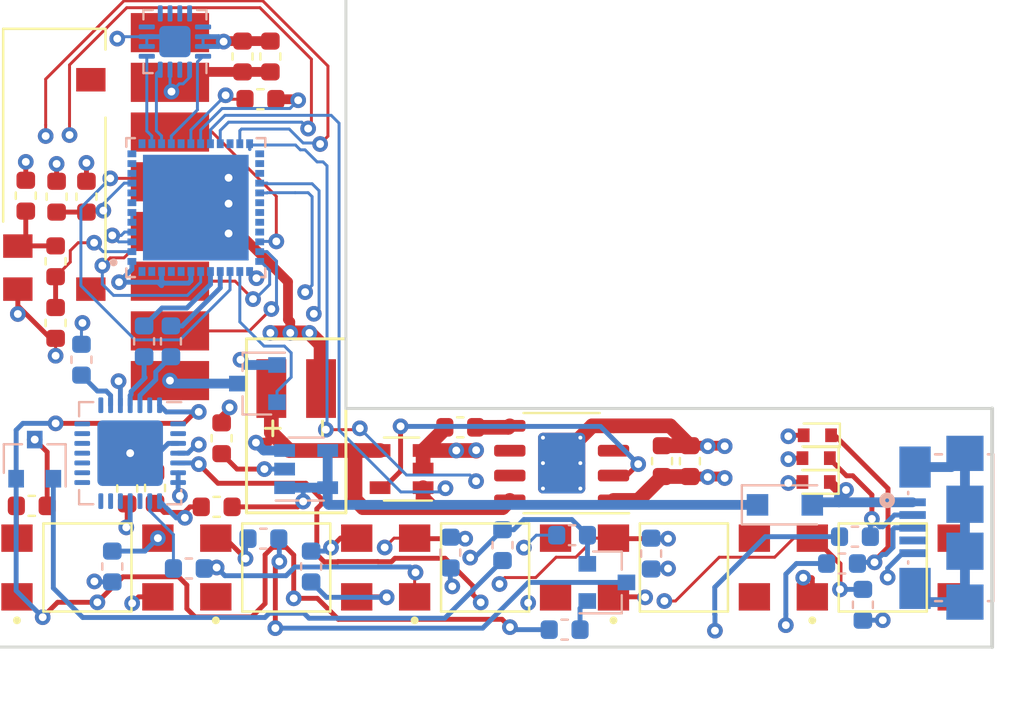
<source format=kicad_pcb>
(kicad_pcb (version 20171130) (host pcbnew "(5.0.1)-3")
  (layers (0 F.Cu signal hide) (1 In1.Cu signal hide) (2 In2.Cu signal hide) (31 B.Cu signal) (34 B.Paste user hide) (35 F.Paste user hide) (36 B.SilkS user) (37 F.SilkS user hide) (38 B.Mask user hide) (39 F.Mask user hide) (44 Edge.Cuts user hide))
  (net 0 "")
  (net 1 BAT+)
  (net 2 GND)
  (net 3 "Net-(C7-Pad1)")
  (net 4 X_SIG)
  (net 5 Y_SIG)
  (net 6 Z_SIG)
  (net 7 SW2)
  (net 8 SW0)
  (net 9 SW1)
  (net 10 /LCD_CS)
  (net 11 /LCD_SCK)
  (net 12 /LCD_SDA)
  (net 13 /LCD_LED_CTRL)
  (net 14 /LCD_RST)
  (net 15 /LCD_A0)
  (net 16 "Net-(U7-Pad2)")
  (net 17 /LCD_LED)
  (net 18 "Net-(Q4-Pad1)")
  (net 19 "Net-(Q2-Pad1)")
  (net 20 UV_LO)
  (net 21 VUSB)
  (net 22 "Net-(J1-Pad4)")
  (net 23 +3V3)
  (net 24 "Net-(R19-Pad2)")
  (net 25 "Net-(R8-Pad2)")
  (net 26 "Net-(C6-Pad1)")
  (net 27 "Net-(J3-Pad3)")
  (net 28 "Net-(J3-Pad4)")
  (net 29 "Net-(C12-Pad1)")
  (net 30 "Net-(D3-Pad1)")
  (net 31 "Net-(D4-Pad1)")
  (net 32 "Net-(D1-Pad1)")
  (net 33 "/ESP32 Pico D4/USB_DP")
  (net 34 "/ESP32 Pico D4/USB_DN")
  (net 35 "/ESP32 Pico D4/IO0")
  (net 36 "/ESP32 Pico D4/IO15")
  (net 37 "/ESP32 Pico D4/CTS")
  (net 38 "Net-(R6-Pad2)")
  (net 39 "Net-(R3-Pad1)")
  (net 40 "Net-(R18-Pad1)")
  (net 41 "/ESP32 Pico D4/DTR")
  (net 42 "/ESP32 Pico D4/IO13")
  (net 43 "/ESP32 Pico D4/RTS")
  (net 44 "Net-(R22-Pad2)")
  (net 45 "Net-(C9-Pad1)")
  (net 46 "/ESP32 Pico D4/EN")
  (net 47 "/ESP32 Pico D4/RXD")
  (net 48 "/ESP32 Pico D4/TXD0")
  (net 49 "/ESP32 Pico D4/RXD0")
  (net 50 "/ESP32 Pico D4/TXD")
  (net 51 "/ESP32 Pico D4/LNA_IN")
  (net 52 "/ESP32 Pico D4/IO36")
  (net 53 "/ESP32 Pico D4/IO38")
  (net 54 "/ESP32 Pico D4/IO39")
  (net 55 "/ESP32 Pico D4/IO34")
  (net 56 "/ESP32 Pico D4/IO35")
  (net 57 "/ESP32 Pico D4/IO32")
  (net 58 "/ESP32 Pico D4/IO33")
  (net 59 "/ESP32 Pico D4/IO14")
  (net 60 "/ESP32 Pico D4/IO2")
  (net 61 "/ESP32 Pico D4/FLASH_CS")
  (net 62 "Net-(U12-Pad26)")
  (net 63 "/ESP32 Pico D4/FLASH_SD0")
  (net 64 "/ESP32 Pico D4/FLASH_SD2")
  (net 65 "/ESP32 Pico D4/FLASH_CLK")
  (net 66 "/ESP32 Pico D4/FLASH_SD3")
  (net 67 "/ESP32 Pico D4/FLASH_SD1")
  (net 68 "Net-(U10-Pad1)")
  (net 69 "Net-(U10-Pad2)")
  (net 70 "Net-(U10-Pad10)")
  (net 71 "Net-(U10-Pad12)")
  (net 72 "Net-(U10-Pad13)")
  (net 73 "Net-(U10-Pad14)")
  (net 74 "Net-(U10-Pad15)")
  (net 75 "Net-(U10-Pad16)")
  (net 76 "Net-(U10-Pad17)")
  (net 77 "Net-(U10-Pad18)")
  (net 78 "Net-(U10-Pad19)")
  (net 79 "Net-(U10-Pad20)")
  (net 80 "Net-(U10-Pad21)")
  (net 81 "Net-(U10-Pad22)")
  (net 82 "Net-(U10-Pad27)")
  (net 83 "Net-(J1-PadSH1)")
  (net 84 "Net-(SW4-Pad1)")
  (net 85 "Net-(SW5-Pad1)")
  (net 86 "Net-(SW3-Pad2)")
  (net 87 "Net-(SW3-Pad4)")
  (net 88 "Net-(SW2-Pad4)")
  (net 89 "Net-(SW2-Pad2)")
  (net 90 "Net-(SW1-Pad2)")
  (net 91 "Net-(SW1-Pad4)")
  (net 92 "Net-(C1-Pad1)")
  (module Capacitor_SMD:C_0603_1608Metric (layer F.Cu) (at 197.9168 86.1568 270)
    (fp_text reference C10 hide)
    (fp_text value 10u)
    (pad 2 smd roundrect (at 0.7875 0 270) (size 0.875 0.95) (layers F.Cu F.Paste F.Mask) (net 2 GND))
    (pad 1 smd roundrect (at -0.7875 0 270) (size 0.875 0.95) (layers F.Cu F.Paste F.Mask) (net 23 +3V3))
  )
  (module Capacitor_SMD:C_0603_1608Metric (layer F.Cu) (at 220.7768 106.8324 90)
    (fp_text reference C2 hide)
    (fp_text value 10nF)
    (pad 1 smd roundrect (at -0.7875 0 90) (size 0.875 0.95) (layers F.Cu F.Paste F.Mask) (net 23 +3V3))
    (pad 2 smd roundrect (at 0.7875 0 90) (size 0.875 0.95) (layers F.Cu F.Paste F.Mask) (net 2 GND))
  )
  (module Capacitor_SMD:C_0603_1608Metric (layer F.Cu) (at 219.3544 106.8324 90)
    (fp_text reference C3 hide)
    (fp_text value 10uF)
    (pad 2 smd roundrect (at 0.7875 0 90) (size 0.875 0.95) (layers F.Cu F.Paste F.Mask) (net 2 GND))
    (pad 1 smd roundrect (at -0.7875 0 90) (size 0.875 0.95) (layers F.Cu F.Paste F.Mask) (net 23 +3V3))
  )
  (module Capacitor_SMD:C_0603_1608Metric (layer F.Cu) (at 209.042 105.1052 180)
    (fp_text reference C1 hide)
    (fp_text value 10nF)
    (pad 1 smd roundrect (at -0.7875 0 180) (size 0.875 0.95) (layers F.Cu F.Paste F.Mask) (net 92 "Net-(C1-Pad1)"))
    (pad 2 smd roundrect (at 0.7875 0 180) (size 0.875 0.95) (layers F.Cu F.Paste F.Mask) (net 2 GND))
  )
  (module Package_SO:HSOP-8-1EP_3.9x4.9mm_P1.27mm_EP2.41x3.1mm_ThermalVias (layer F.Cu) (at 214.2236 106.934 180)
    (fp_text reference U1 hide)
    (fp_text value S-13A1A33-E8T1U3)
    (pad 9 smd roundrect (at 0 0 180) (size 2.41 3.1) (layers F.Cu F.Mask) (roundrect_rratio 0.103734) (net 2 GND))
    (pad 9 thru_hole circle (at -0.955 -1.3 180) (size 0.5 0.5) (drill 0.2) (layers *.Cu) (net 2 GND))
    (pad 9 thru_hole circle (at 0.955 -1.3 180) (size 0.5 0.5) (drill 0.2) (layers *.Cu) (net 2 GND))
    (pad 9 thru_hole circle (at -0.955 0 180) (size 0.5 0.5) (drill 0.2) (layers *.Cu) (net 2 GND))
    (pad 9 thru_hole circle (at 0.955 0 180) (size 0.5 0.5) (drill 0.2) (layers *.Cu) (net 2 GND))
    (pad 9 thru_hole circle (at -0.955 1.3 180) (size 0.5 0.5) (drill 0.2) (layers *.Cu) (net 2 GND))
    (pad 9 thru_hole circle (at 0.955 1.3 180) (size 0.5 0.5) (drill 0.2) (layers *.Cu) (net 2 GND))
    (pad 9 smd roundrect (at 0 0 180) (size 2.41 3.1) (layers B.Cu) (roundrect_rratio 0.103734) (net 2 GND))
    (pad 1 smd roundrect (at -2.65 -1.905 180) (size 1.6 0.6) (layers F.Cu F.Paste F.Mask) (net 23 +3V3))
    (pad 2 smd roundrect (at -2.65 -0.635 180) (size 1.6 0.6) (layers F.Cu F.Paste F.Mask) (net 20 UV_LO))
    (pad 3 smd roundrect (at -2.65 0.635 180) (size 1.6 0.6) (layers F.Cu F.Paste F.Mask))
    (pad 4 smd roundrect (at -2.65 1.905 180) (size 1.6 0.6) (layers F.Cu F.Paste F.Mask) (net 2 GND))
    (pad 5 smd roundrect (at 2.65 1.905 180) (size 1.6 0.6) (layers F.Cu F.Paste F.Mask) (net 92 "Net-(C1-Pad1)"))
    (pad 6 smd roundrect (at 2.65 0.635 180) (size 1.6 0.6) (layers F.Cu F.Paste F.Mask))
    (pad 7 smd roundrect (at 2.65 -0.635 180) (size 1.6 0.6) (layers F.Cu F.Paste F.Mask))
    (pad 8 smd roundrect (at 2.65 -1.905 180) (size 1.6 0.6) (layers F.Cu F.Paste F.Mask) (net 1 BAT+))
  )
  (module SmartWatch:SW_TL3305AF260QG (layer F.Cu) (at 189.992 112.268 90)
    (fp_text reference SW4 hide)
    (fp_text value TL3305AF260QG hide)
    (pad 1 smd rect (at -1.5 -3.6 90) (size 1.4 1.6) (layers F.Cu F.Paste F.Mask) (net 84 "Net-(SW4-Pad1)"))
    (pad 2 smd rect (at -1.5 3.6 90) (size 1.4 1.6) (layers F.Cu F.Paste F.Mask) (net 2 GND))
    (pad 3 smd rect (at 1.5 -3.6 90) (size 1.4 1.6) (layers F.Cu F.Paste F.Mask) (net 25 "Net-(R8-Pad2)"))
    (pad 4 smd rect (at 1.5 3.6 90) (size 1.4 1.6) (layers F.Cu F.Paste F.Mask) (net 26 "Net-(C6-Pad1)"))
  )
  (module SmartWatch:SW_TL3305AF260QG (layer F.Cu) (at 200.152 112.268 90)
    (fp_text reference SW5 hide)
    (fp_text value TL3305AF260QG hide)
    (pad 4 smd rect (at 1.5 3.6 90) (size 1.4 1.6) (layers F.Cu F.Paste F.Mask) (net 3 "Net-(C7-Pad1)"))
    (pad 3 smd rect (at 1.5 -3.6 90) (size 1.4 1.6) (layers F.Cu F.Paste F.Mask) (net 24 "Net-(R19-Pad2)"))
    (pad 2 smd rect (at -1.5 3.6 90) (size 1.4 1.6) (layers F.Cu F.Paste F.Mask) (net 2 GND))
    (pad 1 smd rect (at -1.5 -3.6 90) (size 1.4 1.6) (layers F.Cu F.Paste F.Mask) (net 85 "Net-(SW5-Pad1)"))
  )
  (module SmartWatch:SW_TL3305AF260QG (layer F.Cu) (at 210.312 112.268 90)
    (fp_text reference SW1 hide)
    (fp_text value TL3305AF260QG hide)
    (pad 1 smd rect (at -1.5 -3.6 90) (size 1.4 1.6) (layers F.Cu F.Paste F.Mask) (net 23 +3V3))
    (pad 2 smd rect (at -1.5 3.6 90) (size 1.4 1.6) (layers F.Cu F.Paste F.Mask) (net 90 "Net-(SW1-Pad2)"))
    (pad 3 smd rect (at 1.5 -3.6 90) (size 1.4 1.6) (layers F.Cu F.Paste F.Mask) (net 8 SW0))
    (pad 4 smd rect (at 1.5 3.6 90) (size 1.4 1.6) (layers F.Cu F.Paste F.Mask) (net 91 "Net-(SW1-Pad4)"))
  )
  (module SmartWatch:SW_TL3305AF260QG (layer F.Cu) (at 220.472 112.268 90)
    (fp_text reference SW2 hide)
    (fp_text value TL3305AF260QG hide)
    (pad 4 smd rect (at 1.5 3.6 90) (size 1.4 1.6) (layers F.Cu F.Paste F.Mask) (net 88 "Net-(SW2-Pad4)"))
    (pad 3 smd rect (at 1.5 -3.6 90) (size 1.4 1.6) (layers F.Cu F.Paste F.Mask) (net 9 SW1))
    (pad 2 smd rect (at -1.5 3.6 90) (size 1.4 1.6) (layers F.Cu F.Paste F.Mask) (net 89 "Net-(SW2-Pad2)"))
    (pad 1 smd rect (at -1.5 -3.6 90) (size 1.4 1.6) (layers F.Cu F.Paste F.Mask) (net 23 +3V3))
  )
  (module SmartWatch:SW_TL3305AF260QG (layer F.Cu) (at 230.632 112.268 90)
    (fp_text reference SW3 hide)
    (fp_text value TL3305AF260QG hide)
    (pad 1 smd rect (at -1.5 -3.6 90) (size 1.4 1.6) (layers F.Cu F.Paste F.Mask) (net 23 +3V3))
    (pad 2 smd rect (at -1.5 3.6 90) (size 1.4 1.6) (layers F.Cu F.Paste F.Mask) (net 86 "Net-(SW3-Pad2)"))
    (pad 3 smd rect (at 1.5 -3.6 90) (size 1.4 1.6) (layers F.Cu F.Paste F.Mask) (net 7 SW2))
    (pad 4 smd rect (at 1.5 3.6 90) (size 1.4 1.6) (layers F.Cu F.Paste F.Mask) (net 87 "Net-(SW3-Pad4)"))
  )
  (module SmartWatch:LCD (layer F.Cu) (at 194.2084 93.8276)
    (fp_text reference U8 hide)
    (fp_text value TFTLCD)
    (pad 8 smd rect (at 0 8.89) (size 4 2) (layers F.Cu F.Paste F.Mask) (net 17 /LCD_LED))
    (pad 7 smd rect (at 0 6.35) (size 4 2) (layers F.Cu F.Paste F.Mask) (net 11 /LCD_SCK))
    (pad 6 smd rect (at 0 3.81) (size 4 2) (layers F.Cu F.Paste F.Mask) (net 12 /LCD_SDA))
    (pad 5 smd rect (at 0 1.27) (size 4 2) (layers F.Cu F.Paste F.Mask) (net 15 /LCD_A0))
    (pad 4 smd rect (at 0 -1.27) (size 4 2) (layers F.Cu F.Paste F.Mask) (net 14 /LCD_RST))
    (pad 3 smd rect (at 0 -3.81) (size 4 2) (layers F.Cu F.Paste F.Mask) (net 10 /LCD_CS))
    (pad 2 smd rect (at 0 -6.35) (size 4 2) (layers F.Cu F.Paste F.Mask) (net 2 GND))
    (pad 1 smd rect (at 0 -8.89) (size 4 2) (layers F.Cu F.Paste F.Mask) (net 23 +3V3))
  )
  (module SmartWatch:AMPHENOL_10118192-0001LF (layer B.Cu) (at 232.156 110.236 270)
    (fp_text reference J1 hide)
    (fp_text value 10118192-0001LF hide)
    (fp_text user PCB~Edge (at 6.604 -2.032 270) (layer Edge.Cuts) (effects (font (thickness 0.05))))
    (pad 3 smd rect (at 0 0 270) (size 0.4 1.35) (layers B.Cu B.Paste B.Mask) (net 31 "Net-(D4-Pad1)"))
    (pad 2 smd rect (at -0.65 0 270) (size 0.4 1.35) (layers B.Cu B.Paste B.Mask) (net 30 "Net-(D3-Pad1)"))
    (pad 4 smd rect (at 0.65 0 270) (size 0.4 1.35) (layers B.Cu B.Paste B.Mask) (net 22 "Net-(J1-Pad4)"))
    (pad 1 smd rect (at -1.3 0 270) (size 0.4 1.35) (layers B.Cu B.Paste B.Mask) (net 32 "Net-(D1-Pad1)"))
    (pad 5 smd rect (at 1.3 0 270) (size 0.4 1.35) (layers B.Cu B.Paste B.Mask) (net 2 GND))
    (pad SH1 smd rect (at -3.1 -0.125 270) (size 2.1 1.6) (layers B.Cu B.Paste B.Mask) (net 83 "Net-(J1-PadSH1)"))
    (pad SH2 smd rect (at 3.1 -0.125 270) (size 2.1 1.6) (layers B.Cu B.Paste B.Mask) (net 83 "Net-(J1-PadSH1)"))
    (pad SH3 smd rect (at -3.8 -2.675 90) (size 1.8 1.9) (layers B.Cu B.Paste B.Mask) (net 83 "Net-(J1-PadSH1)"))
    (pad SH6 smd rect (at 3.8 -2.675 90) (size 1.8 1.9) (layers B.Cu B.Paste B.Mask) (net 83 "Net-(J1-PadSH1)"))
    (pad SH4 smd rect (at -1.2 -2.675 270) (size 1.9 1.9) (layers B.Cu B.Paste B.Mask) (net 83 "Net-(J1-PadSH1)"))
    (pad SH5 smd rect (at 1.2 -2.675 270) (size 1.9 1.9) (layers B.Cu B.Paste B.Mask) (net 83 "Net-(J1-PadSH1)"))
  )
  (module SmartWatch:BatteryPads (layer F.Cu) (at 200.66 105.664 270)
    (fp_text reference J2 hide)
    (fp_text value Bat_in)
    (fp_text user + (at -0.508 1.27 270) (layer F.SilkS))
    (fp_text user - (at -0.508 -1.27 270) (layer F.SilkS))
    (pad 1 smd rect (at -2.54 -1.27 270) (size 3 1.524) (layers F.Cu F.Paste F.Mask) (net 2 GND))
    (pad 2 smd rect (at -2.54 1.27 270) (size 3 1.524) (layers F.Cu F.Paste F.Mask) (net 1 BAT+))
  )
  (module Package_DFN_QFN:QFN-28-1EP_5x5mm_P0.5mm_EP3.35x3.35mm (layer B.Cu) (at 192.1764 106.426 180)
    (fp_text reference U10 hide)
    (fp_text value CP2102-GMR_NRND)
    (pad 29 smd roundrect (at 0 0 180) (size 3.35 3.35) (layers B.Cu B.Mask) (roundrect_rratio 0.074627) (net 2 GND))
    (pad 1 smd roundrect (at -2.45 1.5 180) (size 0.8 0.25) (layers B.Cu B.Paste B.Mask) (net 68 "Net-(U10-Pad1)"))
    (pad 2 smd roundrect (at -2.45 1 180) (size 0.8 0.25) (layers B.Cu B.Paste B.Mask) (net 69 "Net-(U10-Pad2)"))
    (pad 3 smd roundrect (at -2.45 0.5 180) (size 0.8 0.25) (layers B.Cu B.Paste B.Mask) (net 2 GND))
    (pad 4 smd roundrect (at -2.45 0 180) (size 0.8 0.25) (layers B.Cu B.Paste B.Mask) (net 33 "/ESP32 Pico D4/USB_DP"))
    (pad 5 smd roundrect (at -2.45 -0.5 180) (size 0.8 0.25) (layers B.Cu B.Paste B.Mask) (net 34 "/ESP32 Pico D4/USB_DN"))
    (pad 6 smd roundrect (at -2.45 -1 180) (size 0.8 0.25) (layers B.Cu B.Paste B.Mask) (net 23 +3V3))
    (pad 7 smd roundrect (at -2.45 -1.5 180) (size 0.8 0.25) (layers B.Cu B.Paste B.Mask) (net 23 +3V3))
    (pad 8 smd roundrect (at -1.5 -2.45 180) (size 0.25 0.8) (layers B.Cu B.Paste B.Mask) (net 39 "Net-(R3-Pad1)"))
    (pad 9 smd roundrect (at -1 -2.45 180) (size 0.25 0.8) (layers B.Cu B.Paste B.Mask) (net 38 "Net-(R6-Pad2)"))
    (pad 10 smd roundrect (at -0.5 -2.45 180) (size 0.25 0.8) (layers B.Cu B.Paste B.Mask) (net 70 "Net-(U10-Pad10)"))
    (pad 11 smd roundrect (at 0 -2.45 180) (size 0.25 0.8) (layers B.Cu B.Paste B.Mask) (net 40 "Net-(R18-Pad1)"))
    (pad 12 smd roundrect (at 0.5 -2.45 180) (size 0.25 0.8) (layers B.Cu B.Paste B.Mask) (net 71 "Net-(U10-Pad12)"))
    (pad 13 smd roundrect (at 1 -2.45 180) (size 0.25 0.8) (layers B.Cu B.Paste B.Mask) (net 72 "Net-(U10-Pad13)"))
    (pad 14 smd roundrect (at 1.5 -2.45 180) (size 0.25 0.8) (layers B.Cu B.Paste B.Mask) (net 73 "Net-(U10-Pad14)"))
    (pad 15 smd roundrect (at 2.45 -1.5 180) (size 0.8 0.25) (layers B.Cu B.Paste B.Mask) (net 74 "Net-(U10-Pad15)"))
    (pad 16 smd roundrect (at 2.45 -1 180) (size 0.8 0.25) (layers B.Cu B.Paste B.Mask) (net 75 "Net-(U10-Pad16)"))
    (pad 17 smd roundrect (at 2.45 -0.5 180) (size 0.8 0.25) (layers B.Cu B.Paste B.Mask) (net 76 "Net-(U10-Pad17)"))
    (pad 18 smd roundrect (at 2.45 0 180) (size 0.8 0.25) (layers B.Cu B.Paste B.Mask) (net 77 "Net-(U10-Pad18)"))
    (pad 19 smd roundrect (at 2.45 0.5 180) (size 0.8 0.25) (layers B.Cu B.Paste B.Mask) (net 78 "Net-(U10-Pad19)"))
    (pad 20 smd roundrect (at 2.45 1 180) (size 0.8 0.25) (layers B.Cu B.Paste B.Mask) (net 79 "Net-(U10-Pad20)"))
    (pad 21 smd roundrect (at 2.45 1.5 180) (size 0.8 0.25) (layers B.Cu B.Paste B.Mask) (net 80 "Net-(U10-Pad21)"))
    (pad 22 smd roundrect (at 1.5 2.45 180) (size 0.25 0.8) (layers B.Cu B.Paste B.Mask) (net 81 "Net-(U10-Pad22)"))
    (pad 23 smd roundrect (at 1 2.45 180) (size 0.25 0.8) (layers B.Cu B.Paste B.Mask) (net 37 "/ESP32 Pico D4/CTS"))
    (pad 24 smd roundrect (at 0.5 2.45 180) (size 0.25 0.8) (layers B.Cu B.Paste B.Mask) (net 43 "/ESP32 Pico D4/RTS"))
    (pad 25 smd roundrect (at 0 2.45 180) (size 0.25 0.8) (layers B.Cu B.Paste B.Mask) (net 47 "/ESP32 Pico D4/RXD"))
    (pad 26 smd roundrect (at -0.5 2.45 180) (size 0.25 0.8) (layers B.Cu B.Paste B.Mask) (net 50 "/ESP32 Pico D4/TXD"))
    (pad 27 smd roundrect (at -1 2.45 180) (size 0.25 0.8) (layers B.Cu B.Paste B.Mask) (net 82 "Net-(U10-Pad27)"))
    (pad 28 smd roundrect (at -1.5 2.45 180) (size 0.25 0.8) (layers B.Cu B.Paste B.Mask) (net 41 "/ESP32 Pico D4/DTR"))
  )
  (module SmartWatch:PQFN50P700X700X104-49N (layer B.Cu) (at 195.5292 93.8784)
    (fp_text reference U12 hide)
    (fp_text value ESP32-PICO-D4 hide)
    (pad 1 smd rect (at -3.265 2.75 180) (size 0.45 0.35) (layers B.Cu B.Paste B.Mask) (net 23 +3V3))
    (pad 2 smd rect (at -3.265 2.25 180) (size 0.45 0.35) (layers B.Cu B.Paste B.Mask) (net 51 "/ESP32 Pico D4/LNA_IN"))
    (pad 3 smd rect (at -3.265 1.75 180) (size 0.45 0.35) (layers B.Cu B.Paste B.Mask) (net 23 +3V3))
    (pad 4 smd rect (at -3.265 1.25 180) (size 0.45 0.35) (layers B.Cu B.Paste B.Mask) (net 23 +3V3))
    (pad 5 smd rect (at -3.265 0.75 180) (size 0.45 0.35) (layers B.Cu B.Paste B.Mask) (net 52 "/ESP32 Pico D4/IO36"))
    (pad 6 smd rect (at -3.265 0.25 180) (size 0.45 0.35) (layers B.Cu B.Paste B.Mask) (net 52 "/ESP32 Pico D4/IO36"))
    (pad 7 smd rect (at -3.265 -0.25 180) (size 0.45 0.35) (layers B.Cu B.Paste B.Mask) (net 53 "/ESP32 Pico D4/IO38"))
    (pad 8 smd rect (at -3.265 -0.75 180) (size 0.45 0.35) (layers B.Cu B.Paste B.Mask) (net 54 "/ESP32 Pico D4/IO39"))
    (pad 9 smd rect (at -3.265 -1.25 180) (size 0.45 0.35) (layers B.Cu B.Paste B.Mask) (net 45 "Net-(C9-Pad1)"))
    (pad 10 smd rect (at -3.265 -1.75 180) (size 0.45 0.35) (layers B.Cu B.Paste B.Mask) (net 55 "/ESP32 Pico D4/IO34"))
    (pad 11 smd rect (at -3.265 -2.25 180) (size 0.45 0.35) (layers B.Cu B.Paste B.Mask) (net 56 "/ESP32 Pico D4/IO35"))
    (pad 12 smd rect (at -3.265 -2.75 180) (size 0.45 0.35) (layers B.Cu B.Paste B.Mask) (net 57 "/ESP32 Pico D4/IO32"))
    (pad 13 smd rect (at -2.75 -3.265 90) (size 0.45 0.35) (layers B.Cu B.Paste B.Mask) (net 58 "/ESP32 Pico D4/IO33"))
    (pad 14 smd rect (at -2.25 -3.265 90) (size 0.45 0.35) (layers B.Cu B.Paste B.Mask) (net 4 X_SIG))
    (pad 15 smd rect (at -1.75 -3.265 90) (size 0.45 0.35) (layers B.Cu B.Paste B.Mask) (net 5 Y_SIG))
    (pad 16 smd rect (at -1.25 -3.265 90) (size 0.45 0.35) (layers B.Cu B.Paste B.Mask) (net 6 Z_SIG))
    (pad 17 smd rect (at -0.75 -3.265 90) (size 0.45 0.35) (layers B.Cu B.Paste B.Mask) (net 59 "/ESP32 Pico D4/IO14"))
    (pad 18 smd rect (at -0.25 -3.265 90) (size 0.45 0.35) (layers B.Cu B.Paste B.Mask) (net 44 "Net-(R22-Pad2)"))
    (pad 19 smd rect (at 0.25 -3.265 90) (size 0.45 0.35) (layers B.Cu B.Paste B.Mask) (net 23 +3V3))
    (pad 20 smd rect (at 0.75 -3.265 90) (size 0.45 0.35) (layers B.Cu B.Paste B.Mask) (net 42 "/ESP32 Pico D4/IO13"))
    (pad 21 smd rect (at 1.25 -3.265 90) (size 0.45 0.35) (layers B.Cu B.Paste B.Mask) (net 36 "/ESP32 Pico D4/IO15"))
    (pad 22 smd rect (at 1.75 -3.265 90) (size 0.45 0.35) (layers B.Cu B.Paste B.Mask) (net 60 "/ESP32 Pico D4/IO2"))
    (pad 23 smd rect (at 2.25 -3.265 90) (size 0.45 0.35) (layers B.Cu B.Paste B.Mask) (net 35 "/ESP32 Pico D4/IO0"))
    (pad 24 smd rect (at 2.75 -3.265 90) (size 0.45 0.35) (layers B.Cu B.Paste B.Mask) (net 7 SW2))
    (pad 25 smd rect (at 3.265 -2.75) (size 0.45 0.35) (layers B.Cu B.Paste B.Mask) (net 61 "/ESP32 Pico D4/FLASH_CS"))
    (pad 26 smd rect (at 3.265 -2.25) (size 0.45 0.35) (layers B.Cu B.Paste B.Mask) (net 62 "Net-(U12-Pad26)"))
    (pad 27 smd rect (at 3.265 -1.75) (size 0.45 0.35) (layers B.Cu B.Paste B.Mask) (net 63 "/ESP32 Pico D4/FLASH_SD0"))
    (pad 28 smd rect (at 3.265 -1.25) (size 0.45 0.35) (layers B.Cu B.Paste B.Mask) (net 8 SW0))
    (pad 29 smd rect (at 3.265 -0.75) (size 0.45 0.35) (layers B.Cu B.Paste B.Mask) (net 9 SW1))
    (pad 30 smd rect (at 3.265 -0.25) (size 0.45 0.35) (layers B.Cu B.Paste B.Mask) (net 64 "/ESP32 Pico D4/FLASH_SD2"))
    (pad 31 smd rect (at 3.265 0.25) (size 0.45 0.35) (layers B.Cu B.Paste B.Mask) (net 65 "/ESP32 Pico D4/FLASH_CLK"))
    (pad 32 smd rect (at 3.265 0.75) (size 0.45 0.35) (layers B.Cu B.Paste B.Mask) (net 66 "/ESP32 Pico D4/FLASH_SD3"))
    (pad 33 smd rect (at 3.265 1.25) (size 0.45 0.35) (layers B.Cu B.Paste B.Mask) (net 67 "/ESP32 Pico D4/FLASH_SD1"))
    (pad 34 smd rect (at 3.265 1.75) (size 0.45 0.35) (layers B.Cu B.Paste B.Mask) (net 10 /LCD_CS))
    (pad 35 smd rect (at 3.265 2.25) (size 0.45 0.35) (layers B.Cu B.Paste B.Mask) (net 11 /LCD_SCK))
    (pad 36 smd rect (at 3.265 2.75) (size 0.45 0.35) (layers B.Cu B.Paste B.Mask) (net 12 /LCD_SDA))
    (pad 37 smd rect (at 2.75 3.265 270) (size 0.45 0.35) (layers B.Cu B.Paste B.Mask) (net 23 +3V3))
    (pad 38 smd rect (at 2.25 3.265 270) (size 0.45 0.35) (layers B.Cu B.Paste B.Mask) (net 13 /LCD_LED_CTRL))
    (pad 39 smd rect (at 1.75 3.265 270) (size 0.45 0.35) (layers B.Cu B.Paste B.Mask) (net 14 /LCD_RST))
    (pad 40 smd rect (at 1.25 3.265 270) (size 0.45 0.35) (layers B.Cu B.Paste B.Mask) (net 49 "/ESP32 Pico D4/RXD0"))
    (pad 41 smd rect (at 0.75 3.265 270) (size 0.45 0.35) (layers B.Cu B.Paste B.Mask) (net 48 "/ESP32 Pico D4/TXD0"))
    (pad 42 smd rect (at 0.25 3.265 270) (size 0.45 0.35) (layers B.Cu B.Paste B.Mask) (net 15 /LCD_A0))
    (pad 43 smd rect (at -0.25 3.265 270) (size 0.45 0.35) (layers B.Cu B.Paste B.Mask) (net 23 +3V3))
    (pad 44 smd rect (at -0.75 3.265 270) (size 0.45 0.35) (layers B.Cu B.Paste B.Mask))
    (pad 45 smd rect (at -1.25 3.265 270) (size 0.45 0.35) (layers B.Cu B.Paste B.Mask))
    (pad 46 smd rect (at -1.75 3.265 270) (size 0.45 0.35) (layers B.Cu B.Paste B.Mask) (net 23 +3V3))
    (pad 47 smd rect (at -2.25 3.265 270) (size 0.45 0.35) (layers B.Cu B.Paste B.Mask))
    (pad 48 smd rect (at -2.75 3.265 270) (size 0.45 0.35) (layers B.Cu B.Paste B.Mask))
    (pad 49 smd rect (at 0 0) (size 5.4 5.4) (layers B.Cu B.Paste B.Mask) (net 2 GND))
  )
  (module Capacitor_SMD:C_0603_1608Metric (layer F.Cu) (at 189.9412 93.3196 90)
    (fp_text reference C9 hide)
    (fp_text value 0.1u)
    (pad 1 smd roundrect (at -0.7875 0 90) (size 0.875 0.95) (layers F.Cu F.Paste F.Mask) (net 45 "Net-(C9-Pad1)"))
    (pad 2 smd roundrect (at 0.7875 0 90) (size 0.875 0.95) (layers F.Cu F.Paste F.Mask) (net 2 GND))
  )
  (module Capacitor_SMD:C_0603_1608Metric (layer F.Cu) (at 199.3392 86.1568 270)
    (fp_text reference C11 hide)
    (fp_text value 0.1u)
    (pad 1 smd roundrect (at -0.7875 0 270) (size 0.875 0.95) (layers F.Cu F.Paste F.Mask) (net 23 +3V3))
    (pad 2 smd roundrect (at 0.7875 0 270) (size 0.875 0.95) (layers F.Cu F.Paste F.Mask) (net 2 GND))
  )
  (module Capacitor_SMD:C_0603_1608Metric (layer F.Cu) (at 186.8424 93.2688 90)
    (fp_text reference C12 hide)
    (fp_text value 2.7pF)
    (pad 2 smd roundrect (at 0.7875 0 90) (size 0.875 0.95) (layers F.Cu F.Paste F.Mask) (net 2 GND))
    (pad 1 smd roundrect (at -0.7875 0 90) (size 0.875 0.95) (layers F.Cu F.Paste F.Mask) (net 29 "Net-(C12-Pad1)"))
  )
  (module Capacitor_SMD:C_0603_1608Metric (layer F.Cu) (at 188.3664 96.6216 90)
    (fp_text reference C13 hide)
    (fp_text value 4.7pF)
    (pad 1 smd roundrect (at -0.7875 0 90) (size 0.875 0.95) (layers F.Cu F.Paste F.Mask) (net 51 "/ESP32 Pico D4/LNA_IN"))
    (pad 2 smd roundrect (at 0.7875 0 90) (size 0.875 0.95) (layers F.Cu F.Paste F.Mask) (net 29 "Net-(C12-Pad1)"))
  )
  (module Diode_SMD:D_SOD-123F (layer B.Cu) (at 225.6312 109.0676)
    (fp_text reference D2 hide)
    (fp_text value FSV340FP)
    (pad 1 smd rect (at -1.4 0) (size 1.1 1.1) (layers B.Cu B.Paste B.Mask) (net 21 VUSB))
    (pad 2 smd rect (at 1.4 0) (size 1.1 1.1) (layers B.Cu B.Paste B.Mask) (net 32 "Net-(D1-Pad1)"))
  )
  (module Diode_SMD:D_SOD-523 (layer F.Cu) (at 227.2284 107.8992 180)
    (fp_text reference D1 hide)
    (fp_text value LESD5D5.0CT1G)
    (pad 2 smd rect (at 0.7 0) (size 0.6 0.7) (layers F.Cu F.Paste F.Mask) (net 2 GND))
    (pad 1 smd rect (at -0.7 0) (size 0.6 0.7) (layers F.Cu F.Paste F.Mask) (net 32 "Net-(D1-Pad1)"))
  )
  (module Diode_SMD:D_SOD-523 (layer F.Cu) (at 227.2284 106.68 180)
    (fp_text reference D3 hide)
    (fp_text value LESD5D5.0CT1G)
    (pad 1 smd rect (at -0.7 0) (size 0.6 0.7) (layers F.Cu F.Paste F.Mask) (net 30 "Net-(D3-Pad1)"))
    (pad 2 smd rect (at 0.7 0) (size 0.6 0.7) (layers F.Cu F.Paste F.Mask) (net 2 GND))
  )
  (module Diode_SMD:D_SOD-523 (layer F.Cu) (at 227.2904 105.5116 180)
    (fp_text reference D4 hide)
    (fp_text value LESD5D5.0CT1G)
    (pad 2 smd rect (at 0.7 0) (size 0.6 0.7) (layers F.Cu F.Paste F.Mask) (net 2 GND))
    (pad 1 smd rect (at -0.7 0) (size 0.6 0.7) (layers F.Cu F.Paste F.Mask) (net 31 "Net-(D4-Pad1)"))
  )
  (module Inductor_SMD:L_0603_1608Metric (layer F.Cu) (at 188.3664 99.7712 90)
    (fp_text reference L1 hide)
    (fp_text value 1.6nH)
    (pad 1 smd roundrect (at -0.7875 0 90) (size 0.875 0.95) (layers F.Cu F.Paste F.Mask) (net 2 GND))
    (pad 2 smd roundrect (at 0.7875 0 90) (size 0.875 0.95) (layers F.Cu F.Paste F.Mask) (net 51 "/ESP32 Pico D4/LNA_IN"))
  )
  (module Resistor_SMD:R_0603_1608Metric (layer B.Cu) (at 198.9836 110.7948 180)
    (fp_text reference R19 hide)
    (fp_text value 0R)
    (pad 1 smd roundrect (at -0.7875 0 180) (size 0.875 0.95) (layers B.Cu B.Paste B.Mask) (net 46 "/ESP32 Pico D4/EN"))
    (pad 2 smd roundrect (at 0.7875 0 180) (size 0.875 0.95) (layers B.Cu B.Paste B.Mask) (net 24 "Net-(R19-Pad2)"))
  )
  (module Resistor_SMD:R_0603_1608Metric (layer F.Cu) (at 188.4172 93.3196 90)
    (fp_text reference R20 hide)
    (fp_text value 10k)
    (pad 2 smd roundrect (at 0.7875 0 90) (size 0.875 0.95) (layers F.Cu F.Paste F.Mask) (net 23 +3V3))
    (pad 1 smd roundrect (at -0.7875 0 90) (size 0.875 0.95) (layers F.Cu F.Paste F.Mask) (net 45 "Net-(C9-Pad1)"))
  )
  (module Resistor_SMD:R_0603_1608Metric (layer F.Cu) (at 198.8312 88.3412 180)
    (fp_text reference R22 hide)
    (fp_text value 10k)
    (pad 1 smd roundrect (at -0.7875 0 180) (size 0.875 0.95) (layers F.Cu F.Paste F.Mask) (net 23 +3V3))
    (pad 2 smd roundrect (at 0.7875 0 180) (size 0.875 0.95) (layers F.Cu F.Paste F.Mask) (net 44 "Net-(R22-Pad2)"))
  )
  (module Resistor_SMD:R_0603_1608Metric (layer F.Cu) (at 192.024 108.2295 90)
    (fp_text reference R18 hide)
    (fp_text value 10k)
    (pad 1 smd roundrect (at -0.7875 0 90) (size 0.875 0.95) (layers F.Cu F.Paste F.Mask) (net 40 "Net-(R18-Pad1)"))
    (pad 2 smd roundrect (at 0.7875 0 90) (size 0.875 0.95) (layers F.Cu F.Paste F.Mask) (net 2 GND))
  )
  (module SmartWatch:ANT_PRO-OB-440 (layer F.Cu) (at 186.436 98.044 90)
    (fp_text reference J3 hide)
    (fp_text value Conn_01x04 hide)
    (pad 3 smd rect (at 0 3.73 180) (size 1.5 1.2) (layers F.Cu F.Paste F.Mask) (net 27 "Net-(J3-Pad3)"))
    (pad 4 smd rect (at 10.7 3.73 180) (size 1.5 1.2) (layers F.Cu F.Paste F.Mask) (net 28 "Net-(J3-Pad4)"))
    (pad 2 smd rect (at 2.2 0 180) (size 1.5 1.2) (layers F.Cu F.Paste F.Mask) (net 29 "Net-(C12-Pad1)"))
    (pad 1 smd rect (at 0 0 180) (size 1.5 1.2) (layers F.Cu F.Paste F.Mask) (net 2 GND))
  )
  (module Capacitor_SMD:C_0603_1608Metric (layer F.Cu) (at 196.85 105.664 270)
    (fp_text reference C8 hide)
    (fp_text value 0.1u)
    (pad 1 smd roundrect (at -0.7875 0 270) (size 0.875 0.95) (layers F.Cu F.Paste F.Mask) (net 23 +3V3))
    (pad 2 smd roundrect (at 0.7875 0 270) (size 0.875 0.95) (layers F.Cu F.Paste F.Mask) (net 2 GND))
  )
  (module Capacitor_SMD:C_0603_1608Metric (layer B.Cu) (at 191.262 112.2172 270)
    (fp_text reference C6 hide)
    (fp_text value "0.1u (NC)")
    (pad 2 smd roundrect (at 0.7875 0 270) (size 0.875 0.95) (layers B.Cu B.Paste B.Mask) (net 2 GND))
    (pad 1 smd roundrect (at -0.7875 0 270) (size 0.875 0.95) (layers B.Cu B.Paste B.Mask) (net 26 "Net-(C6-Pad1)"))
  )
  (module Capacitor_SMD:C_0603_1608Metric (layer B.Cu) (at 201.422 112.2172 270)
    (fp_text reference C7 hide)
    (fp_text value 0.1u)
    (pad 1 smd roundrect (at -0.7875 0 270) (size 0.875 0.95) (layers B.Cu B.Paste B.Mask) (net 3 "Net-(C7-Pad1)"))
    (pad 2 smd roundrect (at 0.7875 0 270) (size 0.875 0.95) (layers B.Cu B.Paste B.Mask) (net 2 GND))
  )
  (module Package_TO_SOT_SMD:SOT-23 (layer B.Cu) (at 216.535 113.03)
    (fp_text reference Q2 hide)
    (fp_text value MMBT5551L)
    (pad 1 smd rect (at -1 0.95) (size 0.9 0.8) (layers B.Cu B.Paste B.Mask) (net 19 "Net-(Q2-Pad1)"))
    (pad 2 smd rect (at -1 -0.95) (size 0.9 0.8) (layers B.Cu B.Paste B.Mask) (net 43 "/ESP32 Pico D4/RTS"))
    (pad 3 smd rect (at 1 0) (size 0.9 0.8) (layers B.Cu B.Paste B.Mask) (net 46 "/ESP32 Pico D4/EN"))
  )
  (module Package_TO_SOT_SMD:SOT-23 (layer B.Cu) (at 198.6788 102.87 180)
    (fp_text reference Q3 hide)
    (fp_text value FDN340P)
    (pad 3 smd rect (at 1 0 180) (size 0.9 0.8) (layers B.Cu B.Paste B.Mask) (net 17 /LCD_LED))
    (pad 2 smd rect (at -1 -0.95 180) (size 0.9 0.8) (layers B.Cu B.Paste B.Mask) (net 13 /LCD_LED_CTRL))
    (pad 1 smd rect (at -1 0.95 180) (size 0.9 0.8) (layers B.Cu B.Paste B.Mask) (net 23 +3V3))
  )
  (module Package_TO_SOT_SMD:SOT-23 (layer B.Cu) (at 187.2996 106.7308 90)
    (fp_text reference Q4 hide)
    (fp_text value MMBT5551L)
    (pad 1 smd rect (at -1 0.95 90) (size 0.9 0.8) (layers B.Cu B.Paste B.Mask) (net 18 "Net-(Q4-Pad1)"))
    (pad 2 smd rect (at -1 -0.95 90) (size 0.9 0.8) (layers B.Cu B.Paste B.Mask) (net 41 "/ESP32 Pico D4/DTR"))
    (pad 3 smd rect (at 1 0 90) (size 0.9 0.8) (layers B.Cu B.Paste B.Mask) (net 35 "/ESP32 Pico D4/IO0"))
  )
  (module Package_TO_SOT_SMD:SOT-23-5 (layer B.Cu) (at 201.168 107.2388)
    (fp_text reference U5 hide)
    (fp_text value MCP73811T-420I-OT)
    (pad 5 smd rect (at 1.1 0.95) (size 1.06 0.65) (layers B.Cu B.Paste B.Mask) (net 21 VUSB))
    (pad 4 smd rect (at 1.1 -0.95) (size 1.06 0.65) (layers B.Cu B.Paste B.Mask) (net 21 VUSB))
    (pad 3 smd rect (at -1.1 -0.95) (size 1.06 0.65) (layers B.Cu B.Paste B.Mask) (net 1 BAT+))
    (pad 2 smd rect (at -1.1 0) (size 1.06 0.65) (layers B.Cu B.Paste B.Mask) (net 2 GND))
    (pad 1 smd rect (at -1.1 0.95) (size 1.06 0.65) (layers B.Cu B.Paste B.Mask) (net 21 VUSB))
  )
  (module Package_TO_SOT_SMD:SOT-23-5 (layer F.Cu) (at 206.0448 107.2388 180)
    (fp_text reference U4 hide)
    (fp_text value MAX9065)
    (pad 1 smd rect (at -1.1 -0.95 180) (size 1.06 0.65) (layers F.Cu F.Paste F.Mask) (net 1 BAT+))
    (pad 2 smd rect (at -1.1 0 180) (size 1.06 0.65) (layers F.Cu F.Paste F.Mask) (net 2 GND))
    (pad 3 smd rect (at -1.1 0.95 180) (size 1.06 0.65) (layers F.Cu F.Paste F.Mask) (net 2 GND))
    (pad 4 smd rect (at 1.1 0.95 180) (size 1.06 0.65) (layers F.Cu F.Paste F.Mask) (net 1 BAT+))
    (pad 5 smd rect (at 1.1 -0.95 180) (size 1.06 0.65) (layers F.Cu F.Paste F.Mask) (net 20 UV_LO))
  )
  (module Resistor_SMD:R_0603_1608Metric (layer F.Cu) (at 196.596 109.1692)
    (fp_text reference R3 hide)
    (fp_text value 22.1k)
    (pad 2 smd roundrect (at 0.7875 0) (size 0.875 0.95) (layers F.Cu F.Paste F.Mask) (net 21 VUSB))
    (pad 1 smd roundrect (at -0.7875 0) (size 0.875 0.95) (layers F.Cu F.Paste F.Mask) (net 39 "Net-(R3-Pad1)"))
  )
  (module Resistor_SMD:R_0603_1608Metric (layer B.Cu) (at 192.8876 100.7111 90)
    (fp_text reference R1 hide)
    (fp_text value 1k)
    (pad 1 smd roundrect (at -0.7875 0 90) (size 0.875 0.95) (layers B.Cu B.Paste B.Mask) (net 47 "/ESP32 Pico D4/RXD"))
    (pad 2 smd roundrect (at 0.7875 0 90) (size 0.875 0.95) (layers B.Cu B.Paste B.Mask) (net 48 "/ESP32 Pico D4/TXD0"))
  )
  (module Resistor_SMD:R_0603_1608Metric (layer B.Cu) (at 194.2592 100.7111 90)
    (fp_text reference R2 hide)
    (fp_text value 1k)
    (pad 2 smd roundrect (at 0.7875 0 90) (size 0.875 0.95) (layers B.Cu B.Paste B.Mask) (net 49 "/ESP32 Pico D4/RXD0"))
    (pad 1 smd roundrect (at -0.7875 0 90) (size 0.875 0.95) (layers B.Cu B.Paste B.Mask) (net 50 "/ESP32 Pico D4/TXD"))
  )
  (module Resistor_SMD:R_0603_1608Metric (layer B.Cu) (at 229.616 114.173 270)
    (fp_text reference R17 hide)
    (fp_text value 10k)
    (pad 1 smd roundrect (at -0.7875 0 270) (size 0.875 0.95) (layers B.Cu B.Paste B.Mask) (net 7 SW2))
    (pad 2 smd roundrect (at 0.7875 0 270) (size 0.875 0.95) (layers B.Cu B.Paste B.Mask) (net 2 GND))
  )
  (module Resistor_SMD:R_0603_1608Metric (layer B.Cu) (at 218.7956 111.5568 270)
    (fp_text reference R16 hide)
    (fp_text value 10k)
    (pad 2 smd roundrect (at 0.7875 0 270) (size 0.875 0.95) (layers B.Cu B.Paste B.Mask) (net 2 GND))
    (pad 1 smd roundrect (at -0.7875 0 270) (size 0.875 0.95) (layers B.Cu B.Paste B.Mask) (net 9 SW1))
  )
  (module Resistor_SMD:R_0603_1608Metric (layer B.Cu) (at 208.534 111.506 270)
    (fp_text reference R15 hide)
    (fp_text value 10k)
    (pad 1 smd roundrect (at -0.7875 0 270) (size 0.875 0.95) (layers B.Cu B.Paste B.Mask) (net 8 SW0))
    (pad 2 smd roundrect (at 0.7875 0 270) (size 0.875 0.95) (layers B.Cu B.Paste B.Mask) (net 2 GND))
  )
  (module Resistor_SMD:R_0603_1608Metric (layer B.Cu) (at 214.376 115.443)
    (fp_text reference R13 hide)
    (fp_text value 1k)
    (pad 2 smd roundrect (at 0.7875 0) (size 0.875 0.95) (layers B.Cu B.Paste B.Mask) (net 19 "Net-(Q2-Pad1)"))
    (pad 1 smd roundrect (at -0.7875 0) (size 0.875 0.95) (layers B.Cu B.Paste B.Mask) (net 41 "/ESP32 Pico D4/DTR"))
  )
  (module Resistor_SMD:R_0603_1608Metric (layer B.Cu) (at 228.5492 112.0648)
    (fp_text reference R10 hide)
    (fp_text value 0)
    (pad 2 smd roundrect (at 0.7875 0) (size 0.875 0.95) (layers B.Cu B.Paste B.Mask) (net 31 "Net-(D4-Pad1)"))
    (pad 1 smd roundrect (at -0.7875 0) (size 0.875 0.95) (layers B.Cu B.Paste B.Mask) (net 33 "/ESP32 Pico D4/USB_DP"))
  )
  (module Resistor_SMD:R_0603_1608Metric (layer B.Cu) (at 229.2096 110.6932 180)
    (fp_text reference R9 hide)
    (fp_text value 0)
    (pad 1 smd roundrect (at -0.7875 0 180) (size 0.875 0.95) (layers B.Cu B.Paste B.Mask) (net 30 "Net-(D3-Pad1)"))
    (pad 2 smd roundrect (at 0.7875 0 180) (size 0.875 0.95) (layers B.Cu B.Paste B.Mask) (net 34 "/ESP32 Pico D4/USB_DN"))
  )
  (module Resistor_SMD:R_0603_1608Metric (layer F.Cu) (at 187.1472 109.1184 180)
    (fp_text reference R8 hide)
    (fp_text value 0R)
    (pad 2 smd roundrect (at 0.7875 0 180) (size 0.875 0.95) (layers F.Cu F.Paste F.Mask) (net 25 "Net-(R8-Pad2)"))
    (pad 1 smd roundrect (at -0.7875 0 180) (size 0.875 0.95) (layers F.Cu F.Paste F.Mask) (net 35 "/ESP32 Pico D4/IO0"))
  )
  (module Resistor_SMD:R_0603_1608Metric (layer B.Cu) (at 195.1736 112.3188 180)
    (fp_text reference R6 hide)
    (fp_text value 47.5k)
    (pad 1 smd roundrect (at -0.7875 0 180) (size 0.875 0.95) (layers B.Cu B.Paste B.Mask) (net 23 +3V3))
    (pad 2 smd roundrect (at 0.7875 0 180) (size 0.875 0.95) (layers B.Cu B.Paste B.Mask) (net 38 "Net-(R6-Pad2)"))
  )
  (module Resistor_SMD:R_0603_1608Metric (layer B.Cu) (at 214.757 110.617 180)
    (fp_text reference R5 hide)
    (fp_text value "0(NC)")
    (pad 2 smd roundrect (at 0.7875 0 180) (size 0.875 0.95) (layers B.Cu B.Paste B.Mask) (net 42 "/ESP32 Pico D4/IO13"))
    (pad 1 smd roundrect (at -0.7875 0 180) (size 0.875 0.95) (layers B.Cu B.Paste B.Mask) (net 43 "/ESP32 Pico D4/RTS"))
  )
  (module Resistor_SMD:R_0603_1608Metric (layer B.Cu) (at 189.6872 101.6508 270)
    (fp_text reference R7 hide)
    (fp_text value "0(NC)")
    (pad 1 smd roundrect (at -0.7875 0 270) (size 0.875 0.95) (layers B.Cu B.Paste B.Mask) (net 36 "/ESP32 Pico D4/IO15"))
    (pad 2 smd roundrect (at 0.7875 0 270) (size 0.875 0.95) (layers B.Cu B.Paste B.Mask) (net 37 "/ESP32 Pico D4/CTS"))
  )
  (module Resistor_SMD:R_0603_1608Metric (layer F.Cu) (at 193.4464 108.204 270)
    (fp_text reference R4 hide)
    (fp_text value 47.5k)
    (pad 2 smd roundrect (at 0.7875 0 270) (size 0.875 0.95) (layers F.Cu F.Paste F.Mask) (net 39 "Net-(R3-Pad1)"))
    (pad 1 smd roundrect (at -0.7875 0 270) (size 0.875 0.95) (layers F.Cu F.Paste F.Mask) (net 2 GND))
  )
  (module Resistor_SMD:R_0603_1608Metric (layer B.Cu) (at 211.201 111.125 270)
    (fp_text reference R14 hide)
    (fp_text value 1k)
    (pad 1 smd roundrect (at -0.7875 0 270) (size 0.875 0.95) (layers B.Cu B.Paste B.Mask) (net 43 "/ESP32 Pico D4/RTS"))
    (pad 2 smd roundrect (at 0.7875 0 270) (size 0.875 0.95) (layers B.Cu B.Paste B.Mask) (net 18 "Net-(Q4-Pad1)"))
  )
  (module SmartWatch:LFCSP-16-1EP_3x3mm_P0.5mm_EP1.6x1.6mm (layer B.Cu) (at 194.4624 85.3948 90)
    (fp_text reference U7 hide)
    (fp_text value ADXL337)
    (pad 16 smd roundrect (at -0.75 1.4375 90) (size 0.25 0.825) (layers B.Cu B.Paste B.Mask) (net 6 Z_SIG))
    (pad 15 smd roundrect (at -0.25 1.4375 90) (size 0.25 0.825) (layers B.Cu B.Paste B.Mask) (net 23 +3V3))
    (pad 14 smd roundrect (at 0.25 1.4375 90) (size 0.25 0.825) (layers B.Cu B.Paste B.Mask) (net 23 +3V3))
    (pad 13 smd roundrect (at 0.75 1.4375 90) (size 0.25 0.825) (layers B.Cu B.Paste B.Mask))
    (pad 12 smd roundrect (at 1.4375 0.75 90) (size 0.825 0.25) (layers B.Cu B.Paste B.Mask))
    (pad 11 smd roundrect (at 1.4375 0.25 90) (size 0.825 0.25) (layers B.Cu B.Paste B.Mask))
    (pad 10 smd roundrect (at 1.4375 -0.25 90) (size 0.825 0.25) (layers B.Cu B.Paste B.Mask))
    (pad 9 smd roundrect (at 1.4375 -0.75 90) (size 0.825 0.25) (layers B.Cu B.Paste B.Mask))
    (pad 8 smd roundrect (at 0.75 -1.4375 90) (size 0.25 0.825) (layers B.Cu B.Paste B.Mask))
    (pad 7 smd roundrect (at 0.25 -1.4375 90) (size 0.25 0.825) (layers B.Cu B.Paste B.Mask) (net 2 GND))
    (pad 6 smd roundrect (at -0.25 -1.4375 90) (size 0.25 0.825) (layers B.Cu B.Paste B.Mask) (net 2 GND))
    (pad 5 smd roundrect (at -0.75 -1.4375 90) (size 0.25 0.825) (layers B.Cu B.Paste B.Mask) (net 4 X_SIG))
    (pad 4 smd roundrect (at -1.4375 -0.75 90) (size 0.825 0.25) (layers B.Cu B.Paste B.Mask) (net 5 Y_SIG))
    (pad 3 smd roundrect (at -1.4375 -0.25 90) (size 0.825 0.25) (layers B.Cu B.Paste B.Mask) (net 2 GND))
    (pad 2 smd roundrect (at -1.4375 0.25 90) (size 0.825 0.25) (layers B.Cu B.Paste B.Mask) (net 16 "Net-(U7-Pad2)"))
    (pad 1 smd roundrect (at -1.4375 0.75 90) (size 0.825 0.25) (layers B.Cu B.Paste B.Mask) (net 2 GND))
    (pad 17 smd roundrect (at 0 0 90) (size 1.6 1.6) (layers B.Cu B.Mask) (roundrect_rratio 0.15625) (net 2 GND))
  )
  (gr_text "rev. 1\n" (at 187.0456 82.3976) (layer F.Cu) (effects (font (size 0.75 0.75) (thickness 0.1875))))
  (gr_text "Matthew James Bellafaire" (at 192.6844 81.4324) (layer F.Cu) (effects (font (size 0.75 0.75) (thickness 0.1875))))
  (gr_text "Esp32 SmartWatch\n" (at 192.3796 79.9592) (layer F.SilkS) (effects (font (size 1 1) (thickness 0.25))))
  (gr_line (start 236.22 104.14) (end 236.22 116.332) (layer Edge.Cuts) (width 0.2))
  (gr_line (start 184.912 78.74) (end 203.2 78.74) (layer Edge.Cuts) (width 0.15))
  (gr_line (start 184.912 116.332) (end 184.912 78.74) (layer Edge.Cuts) (width 0.15))
  (gr_line (start 236.22 116.332) (end 184.912 116.332) (layer Edge.Cuts) (width 0.15))
  (gr_line (start 203.2 104.14) (end 203.2 78.74) (layer Edge.Cuts) (width 0.15))
  (gr_line (start 236.22 104.14) (end 203.2 104.14) (layer Edge.Cuts) (width 0.15))
  (segment (start 203.6648 106.2888) (end 204.9448 106.2888) (width 0.75) (layer F.Cu) (net 1))
  (segment (start 200.3048 106.2888) (end 203.6648 106.2888) (width 0.75) (layer F.Cu) (net 1))
  (segment (start 199.39 105.374) (end 200.3048 106.2888) (width 0.75) (layer F.Cu) (net 1))
  (segment (start 199.39 103.124) (end 199.39 105.374) (width 0.75) (layer F.Cu) (net 1))
  (segment (start 211.20289 109.20971) (end 211.5736 108.839) (width 0.75) (layer F.Cu) (net 1))
  (segment (start 203.6648 108.798802) (end 204.075708 109.20971) (width 0.75) (layer F.Cu) (net 1))
  (segment (start 203.6648 106.2888) (end 203.6648 108.798802) (width 0.75) (layer F.Cu) (net 1))
  (segment (start 207.1448 108.73491) (end 207.6196 109.20971) (width 0.75) (layer F.Cu) (net 1))
  (segment (start 207.1448 108.1888) (end 207.1448 108.73491) (width 0.75) (layer F.Cu) (net 1))
  (segment (start 204.075708 109.20971) (end 207.6196 109.20971) (width 0.75) (layer F.Cu) (net 1))
  (segment (start 207.6196 109.20971) (end 211.20289 109.20971) (width 0.75) (layer F.Cu) (net 1))
  (via (at 198.6026 105.88752) (size 0.8) (drill 0.4) (layers F.Cu B.Cu) (net 1))
  (segment (start 200.068 106.2888) (end 199.00388 106.2888) (width 0.5) (layer B.Cu) (net 1))
  (segment (start 199.00388 106.2888) (end 198.6026 105.88752) (width 0.5) (layer B.Cu) (net 1))
  (segment (start 199.39 105.665805) (end 199.39 105.374) (width 0.5) (layer F.Cu) (net 1))
  (segment (start 199.168285 105.88752) (end 199.39 105.665805) (width 0.5) (layer F.Cu) (net 1))
  (segment (start 198.6026 105.88752) (end 199.168285 105.88752) (width 0.5) (layer F.Cu) (net 1))
  (via (at 197.2056 95.1992) (size 0.8) (drill 0.4) (layers F.Cu B.Cu) (net 2))
  (via (at 197.2056 93.6752) (size 0.8) (drill 0.4) (layers F.Cu B.Cu) (net 2))
  (via (at 197.2056 92.3544) (size 0.8) (drill 0.4) (layers F.Cu B.Cu) (net 2))
  (via (at 230.880998 112.776) (size 0.8) (drill 0.4) (layers F.Cu B.Cu) (net 2))
  (segment (start 231.645998 111.536) (end 230.880998 112.301) (width 0.25) (layer B.Cu) (net 2))
  (segment (start 232.156 111.536) (end 231.645998 111.536) (width 0.25) (layer B.Cu) (net 2))
  (segment (start 230.880998 112.301) (end 230.880998 112.776) (width 0.25) (layer B.Cu) (net 2))
  (via (at 230.632 114.9604) (size 0.8) (drill 0.4) (layers F.Cu B.Cu) (net 2))
  (segment (start 229.616 114.9605) (end 230.6319 114.9605) (width 0.25) (layer B.Cu) (net 2))
  (segment (start 230.6319 114.9605) (end 230.632 114.9604) (width 0.25) (layer B.Cu) (net 2))
  (via (at 225.806 106.7308) (size 0.8) (drill 0.4) (layers F.Cu B.Cu) (net 2))
  (segment (start 226.5284 106.68) (end 225.8568 106.68) (width 0.25) (layer F.Cu) (net 2))
  (segment (start 225.8568 106.68) (end 225.806 106.7308) (width 0.25) (layer F.Cu) (net 2))
  (via (at 225.806 105.5624) (size 0.8) (drill 0.4) (layers F.Cu B.Cu) (net 2))
  (segment (start 225.8568 105.5116) (end 225.806 105.5624) (width 0.25) (layer F.Cu) (net 2))
  (segment (start 226.5904 105.5116) (end 225.8568 105.5116) (width 0.25) (layer F.Cu) (net 2))
  (via (at 225.806 107.95) (size 0.8) (drill 0.4) (layers F.Cu B.Cu) (net 2))
  (segment (start 226.5284 107.8992) (end 225.8568 107.8992) (width 0.25) (layer F.Cu) (net 2))
  (segment (start 225.8568 107.8992) (end 225.806 107.95) (width 0.25) (layer F.Cu) (net 2))
  (segment (start 201.93 100.874) (end 201.3352 100.2792) (width 0.75) (layer F.Cu) (net 2))
  (segment (start 201.93 103.124) (end 201.93 100.874) (width 0.75) (layer F.Cu) (net 2))
  (segment (start 199.3392 100.2792) (end 199.3392 100.2792) (width 0.75) (layer F.Cu) (net 2))
  (via (at 199.3392 100.2792) (size 0.8) (drill 0.4) (layers F.Cu B.Cu) (net 2))
  (via (at 200.3552 100.2792) (size 0.8) (drill 0.4) (layers F.Cu B.Cu) (net 2))
  (segment (start 201.3352 100.2792) (end 201.3352 100.2792) (width 0.75) (layer F.Cu) (net 2))
  (via (at 201.3352 100.2792) (size 0.8) (drill 0.4) (layers F.Cu B.Cu) (net 2))
  (segment (start 208.2545 105.1791) (end 207.1448 106.2888) (width 0.75) (layer F.Cu) (net 2))
  (segment (start 208.2545 105.1052) (end 208.2545 105.1791) (width 0.75) (layer F.Cu) (net 2))
  (segment (start 207.1448 106.2888) (end 207.1448 107.2388) (width 0.75) (layer F.Cu) (net 2))
  (via (at 209.8548 106.2736) (size 0.8) (drill 0.4) (layers F.Cu B.Cu) (net 2))
  (segment (start 207.1448 106.2888) (end 208.8388 106.2888) (width 0.75) (layer F.Cu) (net 2))
  (segment (start 209.8192 106.2888) (end 209.8548 106.3244) (width 0.75) (layer F.Cu) (net 2))
  (segment (start 208.8388 106.2888) (end 209.8192 106.2888) (width 0.75) (layer F.Cu) (net 2))
  (via (at 208.8388 106.2888) (size 0.8) (drill 0.4) (layers F.Cu B.Cu) (net 2))
  (segment (start 219.7609 105.029) (end 220.7768 106.0449) (width 0.75) (layer F.Cu) (net 2))
  (segment (start 216.8736 105.029) (end 219.7609 105.029) (width 0.75) (layer F.Cu) (net 2))
  (segment (start 219.3544 106.0449) (end 220.7768 106.0449) (width 0.75) (layer F.Cu) (net 2))
  (segment (start 215.7836 105.029) (end 215.1786 105.634) (width 0.75) (layer F.Cu) (net 2))
  (segment (start 216.8736 105.029) (end 215.7836 105.029) (width 0.75) (layer F.Cu) (net 2))
  (via (at 219.6592 112.3188) (size 0.8) (drill 0.4) (layers F.Cu B.Cu) (net 2))
  (segment (start 218.7956 112.3443) (end 219.6337 112.3443) (width 0.25) (layer B.Cu) (net 2))
  (segment (start 219.6337 112.3443) (end 219.6592 112.3188) (width 0.25) (layer B.Cu) (net 2))
  (via (at 208.6356 113.2332) (size 0.8) (drill 0.4) (layers F.Cu B.Cu) (net 2))
  (segment (start 208.534 112.2935) (end 208.534 113.1316) (width 0.25) (layer B.Cu) (net 2))
  (segment (start 208.534 113.1316) (end 208.6356 113.2332) (width 0.25) (layer B.Cu) (net 2))
  (segment (start 193.6264 106.426) (end 192.1764 106.426) (width 0.25) (layer B.Cu) (net 2))
  (segment (start 194.1264 105.926) (end 193.6264 106.426) (width 0.25) (layer B.Cu) (net 2))
  (segment (start 194.6264 105.926) (end 194.1264 105.926) (width 0.25) (layer B.Cu) (net 2))
  (segment (start 192.0495 107.4165) (end 192.024 107.442) (width 0.25) (layer F.Cu) (net 2))
  (segment (start 193.4464 107.4165) (end 192.0495 107.4165) (width 0.25) (layer F.Cu) (net 2))
  (via (at 192.1764 106.426) (size 0.8) (drill 0.4) (layers F.Cu B.Cu) (net 2))
  (segment (start 192.024 107.442) (end 192.024 106.5784) (width 0.25) (layer F.Cu) (net 2))
  (segment (start 192.024 106.5784) (end 192.1764 106.426) (width 0.25) (layer F.Cu) (net 2))
  (via (at 190.3476 112.9792) (size 0.8) (drill 0.4) (layers F.Cu B.Cu) (net 2))
  (segment (start 191.262 113.0047) (end 190.3731 113.0047) (width 0.25) (layer B.Cu) (net 2))
  (segment (start 190.3731 113.0047) (end 190.3476 112.9792) (width 0.25) (layer B.Cu) (net 2))
  (via (at 192.278 114.0968) (size 0.8) (drill 0.4) (layers F.Cu B.Cu) (net 2))
  (segment (start 193.592 113.768) (end 192.6068 113.768) (width 0.25) (layer F.Cu) (net 2))
  (segment (start 192.6068 113.768) (end 192.278 114.0968) (width 0.25) (layer F.Cu) (net 2))
  (via (at 186.8424 91.5416) (size 0.8) (drill 0.4) (layers F.Cu B.Cu) (net 2))
  (segment (start 186.8424 92.4813) (end 186.8424 91.5416) (width 0.25) (layer F.Cu) (net 2))
  (via (at 189.9412 91.5924) (size 0.8) (drill 0.4) (layers F.Cu B.Cu) (net 2))
  (segment (start 189.9412 92.5321) (end 189.9412 91.5924) (width 0.25) (layer F.Cu) (net 2))
  (segment (start 188.1007 100.5587) (end 188.3664 100.5587) (width 0.25) (layer F.Cu) (net 2))
  (segment (start 186.436 98.894) (end 188.1007 100.5587) (width 0.25) (layer F.Cu) (net 2))
  (segment (start 186.436 98.044) (end 186.436 98.894) (width 0.25) (layer F.Cu) (net 2))
  (via (at 194.287041 87.951641) (size 0.8) (drill 0.4) (layers F.Cu B.Cu) (net 2))
  (segment (start 194.2124 86.8323) (end 194.2124 87.877) (width 0.15) (layer B.Cu) (net 2))
  (segment (start 194.2124 87.877) (end 194.287041 87.951641) (width 0.15) (layer B.Cu) (net 2))
  (segment (start 194.68704 87.551642) (end 194.287041 87.951641) (width 0.15) (layer B.Cu) (net 2))
  (segment (start 194.88287 87.551642) (end 194.68704 87.551642) (width 0.15) (layer B.Cu) (net 2))
  (segment (start 195.2124 87.222112) (end 194.88287 87.551642) (width 0.15) (layer B.Cu) (net 2))
  (segment (start 195.2124 86.8323) (end 195.2124 87.222112) (width 0.15) (layer B.Cu) (net 2))
  (segment (start 193.0249 85.1448) (end 193.0249 85.6448) (width 0.15) (layer B.Cu) (net 2))
  (via (at 191.516 85.2424) (size 0.8) (drill 0.4) (layers F.Cu B.Cu) (net 2))
  (segment (start 193.0249 85.1448) (end 191.6136 85.1448) (width 0.15) (layer B.Cu) (net 2))
  (segment (start 191.6136 85.1448) (end 191.516 85.2424) (width 0.15) (layer B.Cu) (net 2))
  (segment (start 194.7417 86.9443) (end 194.2084 87.4776) (width 0.5) (layer F.Cu) (net 2))
  (segment (start 197.9168 86.9443) (end 194.7417 86.9443) (width 0.5) (layer F.Cu) (net 2))
  (segment (start 194.2124 85.1448) (end 194.4624 85.3948) (width 0.25) (layer B.Cu) (net 2))
  (segment (start 193.0249 85.1448) (end 194.2124 85.1448) (width 0.25) (layer B.Cu) (net 2))
  (segment (start 197.9168 86.9443) (end 199.3392 86.9443) (width 0.5) (layer F.Cu) (net 2))
  (via (at 221.6912 106.0704) (size 0.8) (drill 0.4) (layers F.Cu B.Cu) (net 2))
  (via (at 222.5548 106.0704) (size 0.8) (drill 0.4) (layers F.Cu B.Cu) (net 2))
  (segment (start 222.5293 106.0449) (end 222.5548 106.0704) (width 0.5) (layer F.Cu) (net 2))
  (segment (start 220.7768 106.0449) (end 222.5293 106.0449) (width 0.5) (layer F.Cu) (net 2))
  (via (at 199.0344 107.2388) (size 0.8) (drill 0.4) (layers F.Cu B.Cu) (net 2))
  (segment (start 200.068 107.2388) (end 199.0344 107.2388) (width 0.25) (layer B.Cu) (net 2))
  (segment (start 197.6373 107.2388) (end 199.0344 107.2388) (width 0.25) (layer F.Cu) (net 2))
  (segment (start 196.85 106.4515) (end 197.6373 107.2388) (width 0.25) (layer F.Cu) (net 2))
  (via (at 188.3664 101.4476) (size 0.8) (drill 0.4) (layers F.Cu B.Cu) (net 2))
  (segment (start 188.3664 100.5587) (end 188.3664 101.4476) (width 0.15) (layer F.Cu) (net 2))
  (via (at 186.436 99.314) (size 0.8) (drill 0.4) (layers F.Cu B.Cu) (net 2))
  (segment (start 186.436 98.044) (end 186.436 99.314) (width 0.15) (layer F.Cu) (net 2))
  (via (at 205.2828 113.792) (size 0.8) (drill 0.4) (layers F.Cu B.Cu) (net 2))
  (segment (start 203.752 113.768) (end 205.2588 113.768) (width 0.25) (layer F.Cu) (net 2))
  (segment (start 205.2588 113.768) (end 205.2828 113.792) (width 0.25) (layer F.Cu) (net 2))
  (segment (start 202.2093 113.792) (end 201.422 113.0047) (width 0.25) (layer B.Cu) (net 2))
  (segment (start 205.2828 113.792) (end 202.2093 113.792) (width 0.25) (layer B.Cu) (net 2))
  (segment (start 201.3352 100.2792) (end 199.3392 100.2792) (width 0.75) (layer F.Cu) (net 2))
  (segment (start 197.771285 95.1992) (end 197.2056 95.1992) (width 0.5) (layer F.Cu) (net 2))
  (segment (start 200.240001 97.667916) (end 197.771285 95.1992) (width 0.5) (layer F.Cu) (net 2))
  (segment (start 200.240001 99.598316) (end 200.240001 97.667916) (width 0.5) (layer F.Cu) (net 2))
  (segment (start 200.3552 99.713515) (end 200.240001 99.598316) (width 0.5) (layer F.Cu) (net 2))
  (segment (start 200.3552 100.2792) (end 200.3552 99.713515) (width 0.5) (layer F.Cu) (net 2))
  (segment (start 197.2056 92.3544) (end 197.2056 95.1992) (width 0.5) (layer F.Cu) (net 2))
  (via (at 202.438 111.252) (size 0.8) (drill 0.4) (layers F.Cu B.Cu) (net 3))
  (segment (start 202.922 110.768) (end 202.438 111.252) (width 0.25) (layer F.Cu) (net 3))
  (segment (start 203.752 110.768) (end 202.922 110.768) (width 0.25) (layer F.Cu) (net 3))
  (segment (start 202.2603 111.4297) (end 202.438 111.252) (width 0.25) (layer B.Cu) (net 3))
  (segment (start 201.422 111.4297) (end 202.2603 111.4297) (width 0.25) (layer B.Cu) (net 3))
  (segment (start 193.2792 90.218398) (end 193.2792 90.6134) (width 0.15) (layer B.Cu) (net 4))
  (segment (start 193.0249 89.964098) (end 193.2792 90.218398) (width 0.15) (layer B.Cu) (net 4))
  (segment (start 193.0249 86.1448) (end 193.0249 89.964098) (width 0.15) (layer B.Cu) (net 4))
  (segment (start 193.7792 90.2384) (end 193.7792 90.6134) (width 0.15) (layer B.Cu) (net 5))
  (segment (start 193.7792 90.218398) (end 193.7792 90.2384) (width 0.15) (layer B.Cu) (net 5))
  (segment (start 193.51669 89.955888) (end 193.7792 90.218398) (width 0.15) (layer B.Cu) (net 5))
  (segment (start 193.51669 87.02801) (end 193.51669 89.955888) (width 0.15) (layer B.Cu) (net 5))
  (segment (start 193.7124 86.8323) (end 193.51669 87.02801) (width 0.15) (layer B.Cu) (net 5))
  (segment (start 194.2792 90.2384) (end 194.2792 90.6134) (width 0.15) (layer B.Cu) (net 6))
  (segment (start 194.2792 90.218398) (end 194.2792 90.2384) (width 0.15) (layer B.Cu) (net 6))
  (segment (start 195.61241 88.885188) (end 194.2792 90.218398) (width 0.15) (layer B.Cu) (net 6))
  (segment (start 195.61241 86.43229) (end 195.61241 88.885188) (width 0.15) (layer B.Cu) (net 6))
  (segment (start 195.8999 86.1448) (end 195.61241 86.43229) (width 0.15) (layer B.Cu) (net 6))
  (via (at 228.4476 113.3856) (size 0.8) (drill 0.4) (layers F.Cu B.Cu) (net 7))
  (segment (start 229.616 113.3855) (end 228.4477 113.3855) (width 0.25) (layer B.Cu) (net 7))
  (segment (start 228.4477 113.3855) (end 228.4476 113.3856) (width 0.25) (layer B.Cu) (net 7))
  (segment (start 227.132 110.768) (end 227.032 110.768) (width 0.25) (layer F.Cu) (net 7))
  (segment (start 228.4476 112.0836) (end 227.132 110.768) (width 0.25) (layer F.Cu) (net 7))
  (segment (start 228.4476 113.3856) (end 228.4476 112.0836) (width 0.25) (layer F.Cu) (net 7))
  (via (at 202.17499 105.224002) (size 0.8) (drill 0.4) (layers F.Cu B.Cu) (net 7))
  (segment (start 202.2348 91.7448) (end 202.2348 105.164192) (width 0.15) (layer B.Cu) (net 7))
  (segment (start 200.622611 90.678399) (end 200.870622 90.92641) (width 0.15) (layer B.Cu) (net 7))
  (segment (start 198.349199 90.678399) (end 200.622611 90.678399) (width 0.15) (layer B.Cu) (net 7))
  (segment (start 201.7268 91.5416) (end 202.0316 91.5416) (width 0.15) (layer B.Cu) (net 7))
  (segment (start 202.0316 91.5416) (end 202.2348 91.7448) (width 0.15) (layer B.Cu) (net 7))
  (segment (start 201.11161 90.92641) (end 201.7268 91.5416) (width 0.15) (layer B.Cu) (net 7))
  (segment (start 202.2348 105.164192) (end 202.17499 105.224002) (width 0.15) (layer B.Cu) (net 7))
  (segment (start 200.870622 90.92641) (end 201.11161 90.92641) (width 0.15) (layer B.Cu) (net 7))
  (segment (start 206.297799 107.542599) (end 209.538395 107.542599) (width 0.15) (layer B.Cu) (net 7))
  (segment (start 203.9112 105.156) (end 206.297799 107.542599) (width 0.15) (layer B.Cu) (net 7))
  (segment (start 209.538395 107.542599) (end 209.850756 107.85496) (width 0.15) (layer B.Cu) (net 7))
  (via (at 209.850756 107.85496) (size 0.8) (drill 0.4) (layers F.Cu B.Cu) (net 7))
  (segment (start 203.843198 105.224002) (end 203.9112 105.156) (width 0.15) (layer F.Cu) (net 7))
  (segment (start 202.17499 105.224002) (end 203.843198 105.224002) (width 0.15) (layer F.Cu) (net 7))
  (via (at 203.9112 105.156) (size 0.8) (drill 0.4) (layers F.Cu B.Cu) (net 7))
  (segment (start 198.294199 90.903399) (end 198.294199 90.733399) (width 0.15) (layer B.Cu) (net 7))
  (segment (start 198.2792 90.903399) (end 198.294199 90.903399) (width 0.15) (layer B.Cu) (net 7))
  (segment (start 198.2792 90.6134) (end 198.2792 90.903399) (width 0.15) (layer B.Cu) (net 7))
  (segment (start 198.294199 90.733399) (end 198.349199 90.678399) (width 0.15) (layer B.Cu) (net 7))
  (via (at 219.472978 113.979963) (size 0.8) (drill 0.4) (layers F.Cu B.Cu) (net 7))
  (segment (start 226.082 110.768) (end 227.032 110.768) (width 0.15) (layer F.Cu) (net 7))
  (segment (start 225.106999 111.743001) (end 226.082 110.768) (width 0.15) (layer F.Cu) (net 7))
  (segment (start 222.275625 111.743001) (end 225.106999 111.743001) (width 0.15) (layer F.Cu) (net 7))
  (segment (start 220.038663 113.979963) (end 222.275625 111.743001) (width 0.15) (layer F.Cu) (net 7))
  (segment (start 219.472978 113.979963) (end 220.038663 113.979963) (width 0.15) (layer F.Cu) (net 7))
  (via (at 209.296 110.7948) (size 0.8) (drill 0.4) (layers F.Cu B.Cu) (net 8))
  (segment (start 208.534 110.7185) (end 209.2197 110.7185) (width 0.25) (layer B.Cu) (net 8))
  (segment (start 209.2197 110.7185) (end 209.296 110.7948) (width 0.25) (layer B.Cu) (net 8))
  (segment (start 206.7388 110.7948) (end 206.712 110.768) (width 0.25) (layer F.Cu) (net 8))
  (segment (start 209.296 110.7948) (end 206.7388 110.7948) (width 0.25) (layer F.Cu) (net 8))
  (segment (start 199.1692 92.6284) (end 199.2 92.6592) (width 0.15) (layer B.Cu) (net 8))
  (segment (start 198.7942 92.6284) (end 199.1692 92.6284) (width 0.15) (layer B.Cu) (net 8))
  (segment (start 199.2 92.6592) (end 201.4728 92.6592) (width 0.15) (layer B.Cu) (net 8))
  (segment (start 201.4728 92.6592) (end 201.8284 93.0148) (width 0.15) (layer B.Cu) (net 8))
  (via (at 201.5598 99.304748) (size 0.8) (drill 0.4) (layers F.Cu B.Cu) (net 8))
  (segment (start 201.8284 93.0148) (end 201.8284 99.036148) (width 0.15) (layer B.Cu) (net 8))
  (segment (start 201.8284 99.036148) (end 201.5598 99.304748) (width 0.15) (layer B.Cu) (net 8))
  (via (at 205.1812 111.244808) (size 0.8) (drill 0.4) (layers F.Cu B.Cu) (net 8))
  (segment (start 205.658008 110.768) (end 206.712 110.768) (width 0.15) (layer F.Cu) (net 8))
  (segment (start 205.1812 111.244808) (end 205.658008 110.768) (width 0.15) (layer F.Cu) (net 8))
  (via (at 219.6592 110.7948) (size 0.8) (drill 0.4) (layers F.Cu B.Cu) (net 9))
  (segment (start 218.7956 110.7693) (end 219.6337 110.7693) (width 0.25) (layer B.Cu) (net 9))
  (segment (start 219.6337 110.7693) (end 219.6592 110.7948) (width 0.25) (layer B.Cu) (net 9))
  (segment (start 216.8988 110.7948) (end 216.872 110.768) (width 0.25) (layer F.Cu) (net 9))
  (segment (start 219.6592 110.7948) (end 216.8988 110.7948) (width 0.25) (layer F.Cu) (net 9))
  (segment (start 199.1692 93.1284) (end 199.1812 93.1164) (width 0.15) (layer B.Cu) (net 9))
  (segment (start 198.7942 93.1284) (end 199.1692 93.1284) (width 0.15) (layer B.Cu) (net 9))
  (segment (start 199.1812 93.1164) (end 200.6092 93.1164) (width 0.15) (layer B.Cu) (net 9))
  (segment (start 200.6092 93.1164) (end 201.2696 93.1164) (width 0.15) (layer B.Cu) (net 9))
  (segment (start 201.2696 93.1164) (end 201.4728 93.3196) (width 0.15) (layer B.Cu) (net 9))
  (via (at 201.1172 98.1964) (size 0.8) (drill 0.4) (layers F.Cu B.Cu) (net 9))
  (segment (start 201.4728 93.3196) (end 201.4728 97.8408) (width 0.15) (layer B.Cu) (net 9))
  (segment (start 201.4728 97.8408) (end 201.1172 98.1964) (width 0.15) (layer B.Cu) (net 9))
  (via (at 211.0486 113.11128) (size 0.8) (drill 0.4) (layers F.Cu B.Cu) (net 9))
  (segment (start 215.922 110.768) (end 216.872 110.768) (width 0.15) (layer F.Cu) (net 9))
  (segment (start 214.946999 111.743001) (end 215.922 110.768) (width 0.15) (layer F.Cu) (net 9))
  (segment (start 213.940879 111.743001) (end 214.946999 111.743001) (width 0.15) (layer F.Cu) (net 9))
  (segment (start 212.901479 112.782401) (end 213.940879 111.743001) (width 0.15) (layer F.Cu) (net 9))
  (segment (start 211.321599 112.782401) (end 212.901479 112.782401) (width 0.15) (layer F.Cu) (net 9))
  (segment (start 210.9216 113.1824) (end 211.321599 112.782401) (width 0.15) (layer F.Cu) (net 9))
  (segment (start 199.644 93.3032) (end 199.644 95.6056) (width 0.15) (layer F.Cu) (net 10))
  (segment (start 194.2084 90.0176) (end 196.3584 90.0176) (width 0.15) (layer F.Cu) (net 10))
  (segment (start 196.3584 90.0176) (end 199.644 93.3032) (width 0.15) (layer F.Cu) (net 10))
  (segment (start 199.644 95.6056) (end 198.817 95.6056) (width 0.15) (layer B.Cu) (net 10))
  (segment (start 198.817 95.6056) (end 198.7942 95.6284) (width 0.15) (layer B.Cu) (net 10))
  (segment (start 199.644 95.6056) (end 199.644 95.6056) (width 0.15) (layer F.Cu) (net 10))
  (via (at 199.644 95.6056) (size 0.8) (drill 0.4) (layers F.Cu B.Cu) (net 10))
  (via (at 199.39 99.06) (size 0.8) (drill 0.4) (layers F.Cu B.Cu) (net 11))
  (segment (start 199.653011 98.796989) (end 199.39 99.06) (width 0.15) (layer B.Cu) (net 11))
  (segment (start 199.653011 96.612211) (end 199.653011 98.796989) (width 0.15) (layer B.Cu) (net 11))
  (segment (start 198.7942 96.1284) (end 199.1692 96.1284) (width 0.15) (layer B.Cu) (net 11))
  (segment (start 199.1692 96.1284) (end 199.653011 96.612211) (width 0.15) (layer B.Cu) (net 11))
  (segment (start 198.2724 100.1776) (end 194.2084 100.1776) (width 0.15) (layer F.Cu) (net 11))
  (segment (start 199.39 99.06) (end 198.2724 100.1776) (width 0.15) (layer F.Cu) (net 11))
  (via (at 198.4542 98.552) (size 0.8) (drill 0.4) (layers F.Cu B.Cu) (net 12))
  (segment (start 198.560202 98.552) (end 198.4542 98.552) (width 0.15) (layer B.Cu) (net 12))
  (segment (start 199.303001 97.809201) (end 198.560202 98.552) (width 0.15) (layer B.Cu) (net 12))
  (segment (start 199.303001 97.087201) (end 199.303001 97.809201) (width 0.15) (layer B.Cu) (net 12))
  (segment (start 198.7942 96.6284) (end 198.8442 96.6284) (width 0.15) (layer B.Cu) (net 12))
  (segment (start 198.8442 96.6284) (end 199.303001 97.087201) (width 0.15) (layer B.Cu) (net 12))
  (segment (start 197.5398 97.6376) (end 194.2084 97.6376) (width 0.15) (layer F.Cu) (net 12))
  (segment (start 198.4542 98.552) (end 197.5398 97.6376) (width 0.15) (layer F.Cu) (net 12))
  (segment (start 197.7792 99.718202) (end 199.015199 100.954201) (width 0.15) (layer B.Cu) (net 13))
  (segment (start 197.7792 97.1434) (end 197.7792 99.718202) (width 0.15) (layer B.Cu) (net 13))
  (segment (start 199.6788 103.27) (end 199.6788 103.82) (width 0.15) (layer B.Cu) (net 13))
  (segment (start 200.403801 102.544999) (end 199.6788 103.27) (width 0.15) (layer B.Cu) (net 13))
  (segment (start 200.403801 101.299999) (end 200.403801 102.544999) (width 0.15) (layer B.Cu) (net 13))
  (segment (start 200.058003 100.954201) (end 200.403801 101.299999) (width 0.15) (layer B.Cu) (net 13))
  (segment (start 199.015199 100.954201) (end 200.058003 100.954201) (width 0.15) (layer B.Cu) (net 13))
  (via (at 191.159414 92.383588) (size 0.8) (drill 0.4) (layers F.Cu B.Cu) (net 14))
  (segment (start 197.2792 98.076884) (end 194.719974 100.63611) (width 0.15) (layer B.Cu) (net 14))
  (segment (start 197.2792 97.1434) (end 197.2792 98.076884) (width 0.15) (layer B.Cu) (net 14))
  (segment (start 194.719974 100.63611) (end 192.426826 100.63611) (width 0.15) (layer B.Cu) (net 14))
  (segment (start 192.426826 100.63611) (end 189.658521 97.867805) (width 0.15) (layer B.Cu) (net 14))
  (segment (start 189.658521 97.867805) (end 189.658521 93.884481) (width 0.15) (layer B.Cu) (net 14))
  (segment (start 189.658521 93.884481) (end 191.159414 92.383588) (width 0.15) (layer B.Cu) (net 14))
  (segment (start 194.034388 92.383588) (end 194.2084 92.5576) (width 0.15) (layer F.Cu) (net 14))
  (segment (start 191.159414 92.383588) (end 194.034388 92.383588) (width 0.15) (layer F.Cu) (net 14))
  (segment (start 195.099898 98.363401) (end 191.327401 98.363401) (width 0.15) (layer B.Cu) (net 15))
  (segment (start 195.7792 97.1434) (end 195.7792 97.684099) (width 0.15) (layer B.Cu) (net 15))
  (segment (start 195.7792 97.684099) (end 195.099898 98.363401) (width 0.15) (layer B.Cu) (net 15))
  (segment (start 191.327401 98.363401) (end 190.754 97.79) (width 0.15) (layer B.Cu) (net 15))
  (via (at 190.754 96.843998) (size 0.8) (drill 0.4) (layers F.Cu B.Cu) (net 15))
  (segment (start 190.754 97.79) (end 190.754 96.843998) (width 0.15) (layer B.Cu) (net 15))
  (segment (start 193.2084 95.0976) (end 194.2084 95.0976) (width 0.15) (layer F.Cu) (net 15))
  (segment (start 191.862001 96.443999) (end 193.2084 95.0976) (width 0.15) (layer F.Cu) (net 15))
  (segment (start 191.153999 96.443999) (end 191.862001 96.443999) (width 0.15) (layer F.Cu) (net 15))
  (segment (start 190.754 96.843998) (end 191.153999 96.443999) (width 0.15) (layer F.Cu) (net 15))
  (via (at 194.2084 102.7176) (size 0.8) (drill 0.4) (layers F.Cu B.Cu) (net 17))
  (segment (start 197.6788 102.87) (end 194.3608 102.87) (width 0.5) (layer B.Cu) (net 17))
  (segment (start 194.3608 102.87) (end 194.2084 102.7176) (width 0.5) (layer B.Cu) (net 17))
  (segment (start 188.2496 107.7308) (end 188.2496 113.3196) (width 0.25) (layer B.Cu) (net 18))
  (segment (start 201.060198 114.6048) (end 201.314198 114.8588) (width 0.25) (layer B.Cu) (net 18))
  (segment (start 199.282198 114.6048) (end 201.060198 114.6048) (width 0.25) (layer B.Cu) (net 18))
  (segment (start 199.065197 114.821801) (end 199.282198 114.6048) (width 0.25) (layer B.Cu) (net 18))
  (segment (start 188.2496 113.3196) (end 189.751801 114.821801) (width 0.25) (layer B.Cu) (net 18))
  (segment (start 189.751801 114.821801) (end 199.065197 114.821801) (width 0.25) (layer B.Cu) (net 18))
  (segment (start 208.2547 114.8588) (end 211.201 111.9125) (width 0.25) (layer B.Cu) (net 18))
  (segment (start 201.314198 114.8588) (end 208.2547 114.8588) (width 0.25) (layer B.Cu) (net 18))
  (segment (start 215.1635 114.3515) (end 215.535 113.98) (width 0.25) (layer B.Cu) (net 19))
  (segment (start 215.1635 115.443) (end 215.1635 114.3515) (width 0.25) (layer B.Cu) (net 19))
  (via (at 218.1352 106.9848) (size 0.8) (drill 0.4) (layers F.Cu B.Cu) (net 20))
  (segment (start 216.8736 107.569) (end 217.551 107.569) (width 0.25) (layer F.Cu) (net 20))
  (segment (start 217.551 107.569) (end 218.1352 106.9848) (width 0.25) (layer F.Cu) (net 20))
  (via (at 205.994 105.0544) (size 0.8) (drill 0.4) (layers F.Cu B.Cu) (net 20))
  (segment (start 205.99859 105.05899) (end 205.994 105.0544) (width 0.25) (layer B.Cu) (net 20))
  (segment (start 218.1352 106.9848) (end 216.20939 105.05899) (width 0.25) (layer B.Cu) (net 20))
  (segment (start 216.20939 105.05899) (end 205.99859 105.05899) (width 0.25) (layer B.Cu) (net 20))
  (segment (start 205.1498 108.1888) (end 204.9448 108.1888) (width 0.25) (layer F.Cu) (net 20))
  (segment (start 205.994 107.3446) (end 205.1498 108.1888) (width 0.25) (layer F.Cu) (net 20))
  (segment (start 205.994 105.0544) (end 205.994 107.3446) (width 0.25) (layer F.Cu) (net 20))
  (segment (start 202.268 109.0138) (end 202.268 108.1888) (width 0.5) (layer B.Cu) (net 21))
  (segment (start 202.3218 109.0676) (end 202.268 109.0138) (width 0.5) (layer B.Cu) (net 21))
  (segment (start 224.2312 109.0676) (end 202.3218 109.0676) (width 0.5) (layer B.Cu) (net 21))
  (via (at 201.0156 108.894789) (size 0.8) (drill 0.4) (layers F.Cu B.Cu) (net 21))
  (segment (start 197.3835 109.1692) (end 200.741189 109.1692) (width 0.25) (layer F.Cu) (net 21))
  (segment (start 200.741189 109.1692) (end 201.0156 108.894789) (width 0.25) (layer F.Cu) (net 21))
  (segment (start 201.0156 108.2396) (end 201.0664 108.1888) (width 0.25) (layer B.Cu) (net 21))
  (segment (start 201.0156 108.894789) (end 201.0156 108.2396) (width 0.25) (layer B.Cu) (net 21))
  (segment (start 202.268 108.1888) (end 201.0664 108.1888) (width 0.5) (layer B.Cu) (net 21))
  (segment (start 201.0664 108.1888) (end 200.068 108.1888) (width 0.5) (layer B.Cu) (net 21))
  (segment (start 202.268 106.2888) (end 202.268 108.1888) (width 0.5) (layer B.Cu) (net 21))
  (segment (start 218.1353 108.839) (end 219.3544 107.6199) (width 0.75) (layer F.Cu) (net 23))
  (segment (start 216.8736 108.839) (end 218.1353 108.839) (width 0.75) (layer F.Cu) (net 23))
  (segment (start 219.3544 107.6199) (end 220.7768 107.6199) (width 0.75) (layer F.Cu) (net 23))
  (via (at 218.4908 113.792) (size 0.8) (drill 0.4) (layers F.Cu B.Cu) (net 23))
  (segment (start 216.872 113.768) (end 218.4668 113.768) (width 0.25) (layer F.Cu) (net 23))
  (segment (start 218.4668 113.768) (end 218.4908 113.792) (width 0.25) (layer F.Cu) (net 23))
  (via (at 226.568 112.78981) (size 0.8) (drill 0.4) (layers F.Cu B.Cu) (net 23))
  (segment (start 227.00381 112.78981) (end 226.568 112.78981) (width 0.25) (layer F.Cu) (net 23))
  (segment (start 227.032 113.768) (end 227.032 112.818) (width 0.25) (layer F.Cu) (net 23))
  (segment (start 227.032 112.818) (end 227.00381 112.78981) (width 0.25) (layer F.Cu) (net 23))
  (segment (start 194.6264 107.426) (end 194.6264 107.926) (width 0.25) (layer B.Cu) (net 23))
  (via (at 194.7164 108.6104) (size 0.8) (drill 0.4) (layers F.Cu B.Cu) (net 23))
  (segment (start 194.6264 107.926) (end 194.6264 108.5204) (width 0.25) (layer B.Cu) (net 23))
  (segment (start 194.6264 108.5204) (end 194.7164 108.6104) (width 0.25) (layer B.Cu) (net 23))
  (via (at 197.2564 104.0892) (size 0.8) (drill 0.4) (layers F.Cu B.Cu) (net 23))
  (segment (start 196.85 104.8765) (end 196.85 104.4956) (width 0.25) (layer F.Cu) (net 23))
  (segment (start 196.85 104.4956) (end 197.2564 104.0892) (width 0.25) (layer F.Cu) (net 23))
  (via (at 197.8152 101.6508) (size 0.8) (drill 0.4) (layers F.Cu B.Cu) (net 23))
  (segment (start 199.6788 101.92) (end 198.0844 101.92) (width 0.5) (layer B.Cu) (net 23))
  (segment (start 198.0844 101.92) (end 197.8152 101.6508) (width 0.5) (layer B.Cu) (net 23))
  (via (at 198.628 97.4852) (size 0.8) (drill 0.4) (layers F.Cu B.Cu) (net 23))
  (segment (start 198.2792 97.1434) (end 198.2862 97.1434) (width 0.25) (layer B.Cu) (net 23))
  (segment (start 198.2862 97.1434) (end 198.628 97.4852) (width 0.25) (layer B.Cu) (net 23))
  (via (at 188.4172 91.6432) (size 0.8) (drill 0.4) (layers F.Cu B.Cu) (net 23))
  (segment (start 188.4172 92.5321) (end 188.4172 91.6432) (width 0.25) (layer F.Cu) (net 23))
  (segment (start 195.2792 97.6184) (end 195.1584 97.7392) (width 0.25) (layer B.Cu) (net 23))
  (segment (start 195.2792 97.1434) (end 195.2792 97.6184) (width 0.25) (layer B.Cu) (net 23))
  (segment (start 193.7792 97.6184) (end 193.7792 97.1434) (width 0.25) (layer B.Cu) (net 23))
  (segment (start 193.9 97.7392) (end 193.7792 97.6184) (width 0.25) (layer B.Cu) (net 23))
  (segment (start 195.1584 97.7392) (end 193.9 97.7392) (width 0.25) (layer B.Cu) (net 23))
  (segment (start 193.7792 97.6184) (end 193.7792 97.8636) (width 0.25) (layer B.Cu) (net 23))
  (via (at 191.608398 97.6884) (size 0.8) (drill 0.4) (layers F.Cu B.Cu) (net 23))
  (segment (start 192.339198 97.6884) (end 191.608398 97.6884) (width 0.25) (layer B.Cu) (net 23))
  (segment (start 192.344199 97.693401) (end 192.339198 97.6884) (width 0.25) (layer B.Cu) (net 23))
  (segment (start 193.7792 97.8636) (end 193.609001 97.693401) (width 0.25) (layer B.Cu) (net 23))
  (segment (start 193.609001 97.693401) (end 192.344199 97.693401) (width 0.25) (layer B.Cu) (net 23))
  (segment (start 192.2642 97.032598) (end 191.608398 97.6884) (width 0.25) (layer B.Cu) (net 23))
  (segment (start 192.2642 96.6284) (end 192.2642 97.032598) (width 0.25) (layer B.Cu) (net 23))
  (segment (start 195.8999 85.1448) (end 195.8999 85.6448) (width 0.15) (layer B.Cu) (net 23))
  (via (at 196.9516 85.3948) (size 0.8) (drill 0.4) (layers F.Cu B.Cu) (net 23))
  (segment (start 194.6656 85.3948) (end 194.2084 84.9376) (width 0.5) (layer F.Cu) (net 23))
  (segment (start 196.9516 85.3948) (end 194.6656 85.3948) (width 0.5) (layer F.Cu) (net 23))
  (segment (start 196.9771 85.3693) (end 196.9516 85.3948) (width 0.5) (layer F.Cu) (net 23))
  (segment (start 197.9168 85.3693) (end 196.9771 85.3693) (width 0.5) (layer F.Cu) (net 23))
  (segment (start 196.7016 85.1448) (end 196.9516 85.3948) (width 0.25) (layer B.Cu) (net 23))
  (segment (start 195.8999 85.1448) (end 196.7016 85.1448) (width 0.25) (layer B.Cu) (net 23))
  (segment (start 196.7016 85.6448) (end 196.9516 85.3948) (width 0.25) (layer B.Cu) (net 23))
  (segment (start 195.8999 85.6448) (end 196.7016 85.6448) (width 0.25) (layer B.Cu) (net 23))
  (segment (start 197.9168 85.3693) (end 199.3392 85.3693) (width 0.5) (layer F.Cu) (net 23))
  (via (at 200.7616 88.392) (size 0.8) (drill 0.4) (layers F.Cu B.Cu) (net 23))
  (segment (start 199.6187 88.3412) (end 200.7108 88.3412) (width 0.5) (layer F.Cu) (net 23))
  (segment (start 200.7108 88.3412) (end 200.7616 88.392) (width 0.5) (layer F.Cu) (net 23))
  (segment (start 195.7792 90.6134) (end 195.7792 89.906988) (width 0.15) (layer B.Cu) (net 23))
  (segment (start 200.361601 88.791999) (end 200.7616 88.392) (width 0.15) (layer B.Cu) (net 23))
  (segment (start 200.340599 88.813001) (end 200.361601 88.791999) (width 0.15) (layer B.Cu) (net 23))
  (segment (start 196.873187 88.813001) (end 200.340599 88.813001) (width 0.15) (layer B.Cu) (net 23))
  (segment (start 195.7792 89.906988) (end 196.873187 88.813001) (width 0.15) (layer B.Cu) (net 23))
  (segment (start 191.8892 95.1284) (end 191.7168 95.3008) (width 0.15) (layer B.Cu) (net 23))
  (segment (start 192.2642 95.1284) (end 191.8892 95.1284) (width 0.15) (layer B.Cu) (net 23))
  (via (at 191.262 95.3008) (size 0.8) (drill 0.4) (layers F.Cu B.Cu) (net 23))
  (segment (start 191.7168 95.3008) (end 191.262 95.3008) (width 0.15) (layer B.Cu) (net 23))
  (segment (start 191.5896 95.6284) (end 191.262 95.3008) (width 0.15) (layer B.Cu) (net 23))
  (segment (start 192.2642 95.6284) (end 191.5896 95.6284) (width 0.15) (layer B.Cu) (net 23))
  (via (at 221.6912 107.6452) (size 0.8) (drill 0.4) (layers F.Cu B.Cu) (net 23))
  (via (at 222.5548 107.696) (size 0.8) (drill 0.4) (layers F.Cu B.Cu) (net 23))
  (segment (start 222.4787 107.6199) (end 222.5548 107.696) (width 0.5) (layer F.Cu) (net 23))
  (segment (start 220.7768 107.6199) (end 222.4787 107.6199) (width 0.5) (layer F.Cu) (net 23))
  (segment (start 206.712 113.24) (end 206.712 113.768) (width 0.15) (layer F.Cu) (net 23))
  (via (at 206.756 112.522) (size 0.8) (drill 0.4) (layers F.Cu B.Cu) (net 23))
  (via (at 196.596 112.268) (size 0.8) (drill 0.4) (layers F.Cu B.Cu) (net 23))
  (segment (start 195.9611 112.3188) (end 196.5452 112.3188) (width 0.15) (layer B.Cu) (net 23))
  (segment (start 196.5452 112.3188) (end 196.596 112.268) (width 0.15) (layer B.Cu) (net 23))
  (segment (start 206.712 112.566) (end 206.756 112.522) (width 0.15) (layer F.Cu) (net 23))
  (segment (start 206.712 113.768) (end 206.712 112.566) (width 0.15) (layer F.Cu) (net 23))
  (segment (start 196.995999 112.667999) (end 196.596 112.268) (width 0.25) (layer B.Cu) (net 23))
  (segment (start 197.016201 112.688201) (end 196.995999 112.667999) (width 0.25) (layer B.Cu) (net 23))
  (segment (start 200.144401 112.688201) (end 197.016201 112.688201) (width 0.25) (layer B.Cu) (net 23))
  (segment (start 200.590412 112.24219) (end 200.144401 112.688201) (width 0.25) (layer B.Cu) (net 23))
  (segment (start 206.47619 112.24219) (end 200.590412 112.24219) (width 0.25) (layer B.Cu) (net 23))
  (segment (start 206.756 112.522) (end 206.47619 112.24219) (width 0.25) (layer B.Cu) (net 23))
  (via (at 198.0692 111.8108) (size 0.8) (drill 0.4) (layers F.Cu B.Cu) (net 24))
  (segment (start 196.552 110.768) (end 197.0264 110.768) (width 0.25) (layer F.Cu) (net 24))
  (segment (start 197.0264 110.768) (end 198.0692 111.8108) (width 0.25) (layer F.Cu) (net 24))
  (segment (start 198.0692 110.9217) (end 198.1961 110.7948) (width 0.25) (layer B.Cu) (net 24))
  (segment (start 198.0692 111.8108) (end 198.0692 110.9217) (width 0.25) (layer B.Cu) (net 24))
  (segment (start 186.3597 110.7357) (end 186.392 110.768) (width 0.25) (layer F.Cu) (net 25))
  (segment (start 186.3597 109.1184) (end 186.3597 110.7357) (width 0.25) (layer F.Cu) (net 25))
  (via (at 193.592 110.768) (size 0.8) (drill 0.4) (layers F.Cu B.Cu) (net 26))
  (segment (start 191.262 111.4297) (end 192.9303 111.4297) (width 0.25) (layer B.Cu) (net 26))
  (segment (start 192.9303 111.4297) (end 193.592 110.768) (width 0.25) (layer B.Cu) (net 26))
  (segment (start 186.8424 95.4376) (end 186.436 95.844) (width 0.25) (layer F.Cu) (net 29))
  (segment (start 186.8424 94.0563) (end 186.8424 95.4376) (width 0.25) (layer F.Cu) (net 29))
  (segment (start 186.4459 95.8341) (end 186.436 95.844) (width 0.25) (layer F.Cu) (net 29))
  (segment (start 188.3664 95.8341) (end 186.4459 95.8341) (width 0.25) (layer F.Cu) (net 29))
  (segment (start 230.475571 110.186009) (end 230.075572 109.78601) (width 0.25) (layer B.Cu) (net 30))
  (via (at 230.075572 109.78601) (size 0.8) (drill 0.4) (layers F.Cu B.Cu) (net 30))
  (segment (start 232.156 109.586) (end 231.231 109.586) (width 0.25) (layer B.Cu) (net 30))
  (segment (start 229.9971 110.6932) (end 229.9971 109.864482) (width 0.25) (layer B.Cu) (net 30))
  (segment (start 229.9971 109.864482) (end 230.075572 109.78601) (width 0.25) (layer B.Cu) (net 30))
  (segment (start 230.630991 110.186009) (end 230.475571 110.186009) (width 0.25) (layer B.Cu) (net 30))
  (segment (start 231.231 109.586) (end 230.630991 110.186009) (width 0.25) (layer B.Cu) (net 30))
  (segment (start 230.075572 109.220325) (end 230.075572 109.78601) (width 0.25) (layer F.Cu) (net 30))
  (segment (start 229.100401 107.580599) (end 230.075572 108.55577) (width 0.25) (layer F.Cu) (net 30))
  (segment (start 230.075572 108.55577) (end 230.075572 109.220325) (width 0.25) (layer F.Cu) (net 30))
  (segment (start 228.778999 107.580599) (end 229.100401 107.580599) (width 0.25) (layer F.Cu) (net 30))
  (segment (start 227.9284 106.73) (end 228.778999 107.580599) (width 0.25) (layer F.Cu) (net 30))
  (segment (start 227.9284 106.68) (end 227.9284 106.73) (width 0.25) (layer F.Cu) (net 30))
  (segment (start 230.899801 108.235589) (end 230.899801 111.238199) (width 0.25) (layer F.Cu) (net 31))
  (segment (start 227.9904 105.5116) (end 228.175812 105.5116) (width 0.25) (layer F.Cu) (net 31))
  (segment (start 228.175812 105.5116) (end 230.899801 108.235589) (width 0.25) (layer F.Cu) (net 31))
  (via (at 230.209762 112.002571) (size 0.8) (drill 0.4) (layers F.Cu B.Cu) (net 31))
  (segment (start 230.899801 111.238199) (end 230.209762 111.928238) (width 0.25) (layer F.Cu) (net 31))
  (segment (start 230.209762 111.928238) (end 230.209762 112.002571) (width 0.25) (layer F.Cu) (net 31))
  (segment (start 231.231 110.236) (end 232.156 110.236) (width 0.25) (layer B.Cu) (net 31))
  (segment (start 231.155999 110.311001) (end 231.231 110.236) (width 0.25) (layer B.Cu) (net 31))
  (segment (start 231.155999 111.236001) (end 231.155999 110.311001) (width 0.25) (layer B.Cu) (net 31))
  (segment (start 230.789428 111.602572) (end 231.155999 111.236001) (width 0.25) (layer B.Cu) (net 31))
  (segment (start 230.609761 111.602572) (end 230.789428 111.602572) (width 0.25) (layer B.Cu) (net 31))
  (segment (start 230.209762 112.002571) (end 230.609761 111.602572) (width 0.25) (layer B.Cu) (net 31))
  (segment (start 229.398929 112.002571) (end 229.3367 112.0648) (width 0.25) (layer B.Cu) (net 31))
  (segment (start 230.209762 112.002571) (end 229.398929 112.002571) (width 0.25) (layer B.Cu) (net 31))
  (segment (start 227.1628 108.936) (end 227.0312 109.0676) (width 0.5) (layer B.Cu) (net 32))
  (segment (start 228.3968 108.6612) (end 228.7524 108.3056) (width 0.5) (layer B.Cu) (net 32))
  (segment (start 228.3968 108.936) (end 228.3968 108.6612) (width 0.5) (layer B.Cu) (net 32))
  (segment (start 232.156 108.936) (end 228.3968 108.936) (width 0.5) (layer B.Cu) (net 32))
  (via (at 228.7524 108.3056) (size 0.8) (drill 0.4) (layers F.Cu B.Cu) (net 32))
  (segment (start 228.3968 108.936) (end 227.1628 108.936) (width 0.5) (layer B.Cu) (net 32))
  (segment (start 228.3348 108.3056) (end 227.9284 107.8992) (width 0.5) (layer F.Cu) (net 32))
  (segment (start 228.7524 108.3056) (end 228.3348 108.3056) (width 0.5) (layer F.Cu) (net 32))
  (via (at 225.679 115.2144) (size 0.8) (drill 0.4) (layers F.Cu B.Cu) (net 33))
  (via (at 195.6816 105.984797) (size 0.8) (drill 0.4) (layers F.Cu B.Cu) (net 33))
  (segment (start 195.567603 105.984797) (end 195.6816 105.984797) (width 0.25) (layer B.Cu) (net 33))
  (segment (start 195.1264 106.426) (end 195.567603 105.984797) (width 0.25) (layer B.Cu) (net 33))
  (segment (start 194.6264 106.426) (end 195.1264 106.426) (width 0.25) (layer B.Cu) (net 33))
  (segment (start 225.679 114.648715) (end 225.679 115.2144) (width 0.25) (layer B.Cu) (net 33))
  (segment (start 225.679 112.605808) (end 225.679 114.648715) (width 0.25) (layer B.Cu) (net 33))
  (segment (start 226.220008 112.0648) (end 225.679 112.605808) (width 0.25) (layer B.Cu) (net 33))
  (segment (start 227.7617 112.0648) (end 226.220008 112.0648) (width 0.25) (layer B.Cu) (net 33))
  (via (at 212.511998 114.0714) (size 0.8) (drill 0.4) (layers F.Cu B.Cu) (net 33))
  (via (at 222.05696 115.49634) (size 0.8) (drill 0.4) (layers F.Cu B.Cu) (net 34))
  (via (at 195.6816 106.9848) (size 0.8) (drill 0.4) (layers F.Cu B.Cu) (net 34))
  (segment (start 195.6228 106.926) (end 195.6816 106.9848) (width 0.25) (layer B.Cu) (net 34))
  (segment (start 194.6264 106.926) (end 195.6228 106.926) (width 0.25) (layer B.Cu) (net 34))
  (segment (start 222.0468 113.277798) (end 222.0468 114.674115) (width 0.25) (layer B.Cu) (net 34))
  (segment (start 224.631398 110.6932) (end 222.0468 113.277798) (width 0.25) (layer B.Cu) (net 34))
  (segment (start 228.4221 110.6932) (end 224.631398 110.6932) (width 0.25) (layer B.Cu) (net 34))
  (via (at 210.088103 114.050703) (size 0.8) (drill 0.4) (layers F.Cu B.Cu) (net 34))
  (segment (start 201.712999 109.270392) (end 201.9554 109.027991) (width 0.25) (layer F.Cu) (net 34))
  (segment (start 202.089999 111.977001) (end 201.712999 111.600001) (width 0.25) (layer F.Cu) (net 34))
  (segment (start 202.786001 111.977001) (end 202.089999 111.977001) (width 0.25) (layer F.Cu) (net 34))
  (segment (start 201.712999 111.600001) (end 201.712999 109.270392) (width 0.25) (layer F.Cu) (net 34))
  (segment (start 204.82659 111.9632) (end 202.799802 111.9632) (width 0.25) (layer F.Cu) (net 34))
  (segment (start 204.833199 111.969809) (end 204.82659 111.9632) (width 0.25) (layer F.Cu) (net 34))
  (segment (start 209.688104 113.650704) (end 209.688104 113.212702) (width 0.25) (layer F.Cu) (net 34))
  (segment (start 210.088103 114.050703) (end 209.688104 113.650704) (width 0.25) (layer F.Cu) (net 34))
  (segment (start 209.688104 113.212702) (end 208.272401 111.796999) (width 0.25) (layer F.Cu) (net 34))
  (segment (start 208.272401 111.796999) (end 205.702011 111.796999) (width 0.25) (layer F.Cu) (net 34))
  (segment (start 205.702011 111.796999) (end 205.529201 111.969809) (width 0.25) (layer F.Cu) (net 34))
  (segment (start 202.799802 111.9632) (end 202.786001 111.977001) (width 0.25) (layer F.Cu) (net 34))
  (segment (start 205.529201 111.969809) (end 204.833199 111.969809) (width 0.25) (layer F.Cu) (net 34))
  (segment (start 196.081599 107.384799) (end 195.6816 106.9848) (width 0.25) (layer F.Cu) (net 34))
  (segment (start 196.660601 107.963801) (end 196.081599 107.384799) (width 0.25) (layer F.Cu) (net 34))
  (segment (start 201.157614 107.963801) (end 196.660601 107.963801) (width 0.25) (layer F.Cu) (net 34))
  (segment (start 201.9554 108.761587) (end 201.157614 107.963801) (width 0.25) (layer F.Cu) (net 34))
  (segment (start 201.9554 109.027991) (end 201.9554 108.761587) (width 0.25) (layer F.Cu) (net 34))
  (segment (start 222.05696 114.684275) (end 222.05696 115.49634) (width 0.25) (layer B.Cu) (net 34))
  (segment (start 222.0468 114.674115) (end 222.05696 114.684275) (width 0.25) (layer B.Cu) (net 34))
  (via (at 187.2996 105.7308) (size 0.8) (drill 0.4) (layers F.Cu B.Cu) (net 35))
  (segment (start 187.9347 109.1184) (end 187.9347 106.3659) (width 0.25) (layer F.Cu) (net 35))
  (segment (start 187.9347 106.3659) (end 187.2996 105.7308) (width 0.25) (layer F.Cu) (net 35))
  (via (at 187.8584 90.2208) (size 0.8) (drill 0.4) (layers F.Cu B.Cu) (net 35))
  (segment (start 197.7792 90.6134) (end 197.7792 89.949831) (width 0.15) (layer B.Cu) (net 35))
  (segment (start 197.7792 89.949831) (end 197.866 89.863031) (width 0.15) (layer B.Cu) (net 35))
  (segment (start 197.866 89.863031) (end 200.302231 89.863031) (width 0.15) (layer B.Cu) (net 35))
  (segment (start 200.302231 89.863031) (end 201.0156 90.5764) (width 0.15) (layer B.Cu) (net 35))
  (via (at 201.880906 90.629408) (size 0.8) (drill 0.4) (layers F.Cu B.Cu) (net 35))
  (segment (start 201.0156 90.5764) (end 201.827898 90.5764) (width 0.15) (layer B.Cu) (net 35))
  (segment (start 201.827898 90.5764) (end 201.880906 90.629408) (width 0.15) (layer B.Cu) (net 35))
  (segment (start 187.8584 89.655115) (end 187.8584 90.2208) (width 0.15) (layer F.Cu) (net 35))
  (segment (start 187.8584 87.31161) (end 187.8584 89.655115) (width 0.15) (layer F.Cu) (net 35))
  (segment (start 191.857421 83.312589) (end 187.8584 87.31161) (width 0.15) (layer F.Cu) (net 35))
  (segment (start 198.950761 83.312589) (end 191.857421 83.312589) (width 0.15) (layer F.Cu) (net 35))
  (segment (start 202.280905 86.642733) (end 198.950761 83.312589) (width 0.15) (layer F.Cu) (net 35))
  (segment (start 202.280905 90.229409) (end 202.280905 86.642733) (width 0.15) (layer F.Cu) (net 35))
  (segment (start 201.880906 90.629408) (end 202.280905 90.229409) (width 0.15) (layer F.Cu) (net 35))
  (via (at 189.0776 90.17) (size 0.8) (drill 0.4) (layers F.Cu B.Cu) (net 36))
  (via (at 189.738 99.7712) (size 0.8) (drill 0.4) (layers F.Cu B.Cu) (net 36))
  (segment (start 189.6872 99.822) (end 189.738 99.7712) (width 0.15) (layer B.Cu) (net 36))
  (segment (start 189.6872 100.8633) (end 189.6872 99.822) (width 0.15) (layer B.Cu) (net 36))
  (segment (start 196.7792 89.936) (end 197.202179 89.513021) (width 0.15) (layer B.Cu) (net 36))
  (segment (start 196.7792 90.6134) (end 196.7792 89.936) (width 0.15) (layer B.Cu) (net 36))
  (via (at 201.2696 89.838011) (size 0.8) (drill 0.4) (layers F.Cu B.Cu) (net 36))
  (segment (start 197.202179 89.513021) (end 200.94461 89.513021) (width 0.15) (layer B.Cu) (net 36))
  (segment (start 200.94461 89.513021) (end 201.2696 89.838011) (width 0.15) (layer B.Cu) (net 36))
  (segment (start 189.0776 86.587398) (end 189.0776 89.604315) (width 0.15) (layer F.Cu) (net 36))
  (segment (start 192.002399 83.662599) (end 189.0776 86.587398) (width 0.15) (layer F.Cu) (net 36))
  (segment (start 189.0776 89.604315) (end 189.0776 90.17) (width 0.15) (layer F.Cu) (net 36))
  (segment (start 198.805783 83.662599) (end 192.002399 83.662599) (width 0.15) (layer F.Cu) (net 36))
  (segment (start 201.436601 86.293417) (end 198.805783 83.662599) (width 0.15) (layer F.Cu) (net 36))
  (segment (start 201.436601 89.67101) (end 201.436601 86.293417) (width 0.15) (layer F.Cu) (net 36))
  (segment (start 201.2696 89.838011) (end 201.436601 89.67101) (width 0.15) (layer F.Cu) (net 36))
  (segment (start 191.1764 103.476) (end 191.1764 103.976) (width 0.25) (layer B.Cu) (net 37))
  (segment (start 190.95139 103.25099) (end 191.1764 103.476) (width 0.25) (layer B.Cu) (net 37))
  (segment (start 190.49989 103.25099) (end 190.95139 103.25099) (width 0.25) (layer B.Cu) (net 37))
  (segment (start 189.6872 102.4383) (end 190.49989 103.25099) (width 0.25) (layer B.Cu) (net 37))
  (segment (start 193.1764 109.376) (end 193.1764 108.876) (width 0.15) (layer B.Cu) (net 38))
  (segment (start 194.3861 110.5857) (end 193.1764 109.376) (width 0.15) (layer B.Cu) (net 38))
  (segment (start 194.3861 112.3188) (end 194.3861 110.5857) (width 0.15) (layer B.Cu) (net 38))
  (segment (start 193.908012 109.453112) (end 193.4464 108.9915) (width 0.25) (layer F.Cu) (net 39))
  (segment (start 195.230602 109.1692) (end 194.94669 109.453112) (width 0.25) (layer F.Cu) (net 39))
  (segment (start 195.8085 109.1692) (end 195.230602 109.1692) (width 0.25) (layer F.Cu) (net 39))
  (segment (start 194.94669 109.453112) (end 193.908012 109.453112) (width 0.25) (layer F.Cu) (net 39))
  (via (at 194.9704 109.728) (size 0.8) (drill 0.4) (layers F.Cu B.Cu) (net 39))
  (segment (start 193.6764 108.876) (end 194.5284 109.728) (width 0.25) (layer B.Cu) (net 39))
  (segment (start 194.5284 109.728) (end 194.9704 109.728) (width 0.25) (layer B.Cu) (net 39))
  (via (at 191.976639 110.219112) (size 0.8) (drill 0.4) (layers F.Cu B.Cu) (net 40))
  (segment (start 192.024 109.017) (end 192.024 110.171751) (width 0.25) (layer F.Cu) (net 40))
  (segment (start 192.024 110.171751) (end 191.976639 110.219112) (width 0.25) (layer F.Cu) (net 40))
  (segment (start 192.1764 110.019351) (end 192.1764 108.876) (width 0.25) (layer B.Cu) (net 40))
  (segment (start 191.976639 110.219112) (end 192.1764 110.019351) (width 0.25) (layer B.Cu) (net 40))
  (via (at 188.3664 104.902) (size 0.8) (drill 0.4) (layers F.Cu B.Cu) (net 41))
  (segment (start 186.693398 104.902) (end 188.3664 104.902) (width 0.25) (layer B.Cu) (net 41))
  (segment (start 186.3496 107.7308) (end 186.3496 105.245798) (width 0.25) (layer B.Cu) (net 41))
  (segment (start 186.3496 105.245798) (end 186.693398 104.902) (width 0.25) (layer B.Cu) (net 41))
  (segment (start 194.9196 104.902) (end 195.3768 104.4448) (width 0.25) (layer F.Cu) (net 41))
  (segment (start 188.3664 104.902) (end 194.9196 104.902) (width 0.25) (layer F.Cu) (net 41))
  (via (at 195.6816 104.317602) (size 0.8) (drill 0.4) (layers F.Cu B.Cu) (net 41))
  (segment (start 195.3768 104.4448) (end 195.503998 104.317602) (width 0.25) (layer F.Cu) (net 41))
  (segment (start 195.503998 104.317602) (end 195.6816 104.317602) (width 0.25) (layer F.Cu) (net 41))
  (segment (start 194.018002 104.317602) (end 193.6764 103.976) (width 0.25) (layer B.Cu) (net 41))
  (segment (start 195.6816 104.317602) (end 194.018002 104.317602) (width 0.25) (layer B.Cu) (net 41))
  (segment (start 188.468 114.046) (end 190.5 114.046) (width 0.25) (layer F.Cu) (net 41))
  (segment (start 187.706 114.808) (end 188.468 114.046) (width 0.25) (layer F.Cu) (net 41))
  (via (at 190.5 114.046) (size 0.8) (drill 0.4) (layers F.Cu B.Cu) (net 41))
  (segment (start 186.3496 113.4516) (end 187.706 114.808) (width 0.25) (layer B.Cu) (net 41))
  (segment (start 186.3496 107.7308) (end 186.3496 113.4516) (width 0.25) (layer B.Cu) (net 41))
  (via (at 187.706 114.808) (size 0.8) (drill 0.4) (layers F.Cu B.Cu) (net 41))
  (segment (start 211.582 115.316) (end 211.182001 114.916001) (width 0.25) (layer F.Cu) (net 41))
  (via (at 211.582 115.316) (size 0.8) (drill 0.4) (layers F.Cu B.Cu) (net 41))
  (segment (start 213.5885 115.443) (end 211.709 115.443) (width 0.25) (layer B.Cu) (net 41))
  (segment (start 211.709 115.443) (end 211.582 115.316) (width 0.25) (layer B.Cu) (net 41))
  (via (at 200.533 113.8428) (size 0.8) (drill 0.4) (layers F.Cu B.Cu) (net 41))
  (segment (start 200.533 111.626798) (end 200.533 113.8428) (width 0.25) (layer F.Cu) (net 41))
  (segment (start 200.144401 111.238199) (end 200.533 111.626798) (width 0.25) (layer F.Cu) (net 41))
  (segment (start 199.071399 111.615199) (end 199.448399 111.238199) (width 0.25) (layer F.Cu) (net 41))
  (segment (start 199.448399 111.238199) (end 200.144401 111.238199) (width 0.25) (layer F.Cu) (net 41))
  (segment (start 191.803001 112.742999) (end 194.652001 112.742999) (width 0.25) (layer F.Cu) (net 41))
  (segment (start 190.5 114.046) (end 191.803001 112.742999) (width 0.25) (layer F.Cu) (net 41))
  (segment (start 194.652001 112.742999) (end 195.072 113.162998) (width 0.25) (layer F.Cu) (net 41))
  (segment (start 199.071399 114.110601) (end 199.071399 111.615199) (width 0.25) (layer F.Cu) (net 41))
  (segment (start 195.072 113.162998) (end 195.072 114.373002) (width 0.25) (layer F.Cu) (net 41))
  (segment (start 198.388999 114.793001) (end 199.071399 114.110601) (width 0.25) (layer F.Cu) (net 41))
  (segment (start 195.072 114.373002) (end 195.491999 114.793001) (width 0.25) (layer F.Cu) (net 41))
  (segment (start 195.491999 114.793001) (end 198.388999 114.793001) (width 0.25) (layer F.Cu) (net 41))
  (segment (start 202.814999 114.916001) (end 211.182001 114.916001) (width 0.25) (layer F.Cu) (net 41))
  (segment (start 201.741798 113.8428) (end 202.814999 114.916001) (width 0.25) (layer F.Cu) (net 41))
  (segment (start 200.533 113.8428) (end 201.741798 113.8428) (width 0.25) (layer F.Cu) (net 41))
  (segment (start 196.2792 90.6134) (end 196.2792 89.901976) (width 0.15) (layer B.Cu) (net 42))
  (segment (start 196.2792 89.901976) (end 197.018165 89.163011) (width 0.15) (layer B.Cu) (net 42))
  (segment (start 197.018165 89.163011) (end 202.447011 89.163011) (width 0.15) (layer B.Cu) (net 42))
  (segment (start 202.84999 89.56599) (end 202.84999 105.25201) (width 0.15) (layer B.Cu) (net 42))
  (segment (start 202.447011 89.163011) (end 202.84999 89.56599) (width 0.15) (layer B.Cu) (net 42))
  (segment (start 202.84999 105.25201) (end 206.00518 108.4072) (width 0.15) (layer B.Cu) (net 42))
  (via (at 208.286176 108.2176) (size 0.8) (drill 0.4) (layers F.Cu B.Cu) (net 42))
  (segment (start 206.00518 108.4072) (end 208.096576 108.4072) (width 0.15) (layer B.Cu) (net 42))
  (segment (start 208.096576 108.4072) (end 208.286176 108.2176) (width 0.15) (layer B.Cu) (net 42))
  (via (at 212.2932 111.252) (size 0.8) (drill 0.4) (layers F.Cu B.Cu) (net 42))
  (segment (start 212.9282 110.617) (end 213.9695 110.617) (width 0.15) (layer B.Cu) (net 42))
  (segment (start 212.2932 111.252) (end 212.9282 110.617) (width 0.15) (layer B.Cu) (net 42))
  (segment (start 215.5445 112.0705) (end 215.535 112.08) (width 0.25) (layer B.Cu) (net 43))
  (segment (start 215.5445 110.617) (end 215.5445 112.0705) (width 0.25) (layer B.Cu) (net 43))
  (segment (start 215.082888 110.155388) (end 215.5445 110.617) (width 0.25) (layer B.Cu) (net 43))
  (segment (start 214.74449 109.81699) (end 215.082888 110.155388) (width 0.25) (layer B.Cu) (net 43))
  (segment (start 212.29651 109.81699) (end 214.74449 109.81699) (width 0.25) (layer B.Cu) (net 43))
  (segment (start 211.776 110.3375) (end 212.29651 109.81699) (width 0.25) (layer B.Cu) (net 43))
  (segment (start 211.201 110.3375) (end 211.776 110.3375) (width 0.25) (layer B.Cu) (net 43))
  (via (at 191.583331 102.745581) (size 0.8) (drill 0.4) (layers F.Cu B.Cu) (net 43))
  (segment (start 209.550493 111.761877) (end 209.776623 111.761877) (width 0.25) (layer B.Cu) (net 43))
  (via (at 209.550493 111.761877) (size 0.8) (drill 0.4) (layers F.Cu B.Cu) (net 43))
  (segment (start 209.776623 111.761877) (end 211.201 110.3375) (width 0.25) (layer B.Cu) (net 43))
  (segment (start 191.6764 102.83865) (end 191.583331 102.745581) (width 0.25) (layer B.Cu) (net 43))
  (segment (start 191.6764 103.976) (end 191.6764 102.83865) (width 0.25) (layer B.Cu) (net 43))
  (via (at 197.0532 88.138) (size 0.8) (drill 0.4) (layers F.Cu B.Cu) (net 44))
  (segment (start 198.0437 88.3412) (end 197.2564 88.3412) (width 0.15) (layer F.Cu) (net 44))
  (segment (start 197.2564 88.3412) (end 197.0532 88.138) (width 0.15) (layer F.Cu) (net 44))
  (segment (start 197.0532 88.138) (end 195.2752 89.916) (width 0.15) (layer B.Cu) (net 44))
  (segment (start 195.2792 89.92) (end 195.2792 90.6134) (width 0.15) (layer B.Cu) (net 44))
  (segment (start 195.2752 89.916) (end 195.2792 89.92) (width 0.15) (layer B.Cu) (net 44))
  (segment (start 188.4172 94.1071) (end 189.9412 94.1071) (width 0.25) (layer F.Cu) (net 45))
  (via (at 190.8048 94.0308) (size 0.8) (drill 0.4) (layers F.Cu B.Cu) (net 45))
  (segment (start 190.8048 93.692798) (end 190.8048 94.0308) (width 0.15) (layer B.Cu) (net 45))
  (segment (start 192.2642 92.6284) (end 191.869198 92.6284) (width 0.15) (layer B.Cu) (net 45))
  (segment (start 191.869198 92.6284) (end 190.8048 93.692798) (width 0.15) (layer B.Cu) (net 45))
  (segment (start 190.0175 94.0308) (end 189.9412 94.1071) (width 0.15) (layer F.Cu) (net 45))
  (segment (start 190.8048 94.0308) (end 190.0175 94.0308) (width 0.15) (layer F.Cu) (net 45))
  (via (at 199.5932 115.3668) (size 0.8) (drill 0.4) (layers F.Cu B.Cu) (net 46))
  (via (at 199.7964 111.9632) (size 0.8) (drill 0.4) (layers F.Cu B.Cu) (net 46))
  (segment (start 199.5932 115.3668) (end 199.5932 112.1664) (width 0.25) (layer F.Cu) (net 46))
  (segment (start 199.7964 110.8201) (end 199.7711 110.7948) (width 0.25) (layer B.Cu) (net 46))
  (segment (start 199.7964 111.9632) (end 199.7964 110.8201) (width 0.25) (layer B.Cu) (net 46))
  (segment (start 199.5932 112.1664) (end 199.7964 111.9632) (width 0.25) (layer F.Cu) (net 46))
  (segment (start 210.188202 115.3668) (end 199.5932 115.3668) (width 0.25) (layer B.Cu) (net 46))
  (segment (start 217.535 113.03) (end 212.525002 113.03) (width 0.25) (layer B.Cu) (net 46))
  (segment (start 212.525002 113.03) (end 210.188202 115.3668) (width 0.25) (layer B.Cu) (net 46))
  (segment (start 192.22639 103.42601) (end 192.22639 103.27721) (width 0.25) (layer B.Cu) (net 47))
  (segment (start 192.1764 103.976) (end 192.1764 103.476) (width 0.25) (layer B.Cu) (net 47))
  (segment (start 192.1764 103.476) (end 192.22639 103.42601) (width 0.25) (layer B.Cu) (net 47))
  (segment (start 192.22639 103.27721) (end 192.9384 102.5652) (width 0.25) (layer B.Cu) (net 47))
  (segment (start 192.8876 102.5144) (end 192.8876 101.4986) (width 0.25) (layer B.Cu) (net 47))
  (segment (start 192.9384 102.5652) (end 192.8876 102.5144) (width 0.25) (layer B.Cu) (net 47))
  (segment (start 192.8876 99.9236) (end 193.802 99.0092) (width 0.25) (layer B.Cu) (net 48))
  (segment (start 193.802 99.0092) (end 195.072 99.0092) (width 0.25) (layer B.Cu) (net 48))
  (segment (start 196.2792 97.802) (end 196.2792 97.1434) (width 0.25) (layer B.Cu) (net 48))
  (segment (start 195.072 99.0092) (end 196.2792 97.802) (width 0.25) (layer B.Cu) (net 48))
  (segment (start 196.7792 97.6184) (end 196.7792 97.1434) (width 0.25) (layer B.Cu) (net 49))
  (segment (start 196.7792 97.9786) (end 196.7792 97.6184) (width 0.25) (layer B.Cu) (net 49))
  (segment (start 194.8342 99.9236) (end 196.7792 97.9786) (width 0.25) (layer B.Cu) (net 49))
  (segment (start 194.2592 99.9236) (end 194.8342 99.9236) (width 0.25) (layer B.Cu) (net 49))
  (segment (start 193.797588 101.960212) (end 194.2592 101.4986) (width 0.25) (layer B.Cu) (net 50))
  (segment (start 193.483399 102.274401) (end 193.797588 101.960212) (width 0.25) (layer B.Cu) (net 50))
  (segment (start 193.483399 102.669001) (end 193.483399 102.274401) (width 0.25) (layer B.Cu) (net 50))
  (segment (start 192.6764 103.476) (end 193.483399 102.669001) (width 0.25) (layer B.Cu) (net 50))
  (segment (start 192.6764 103.976) (end 192.6764 103.476) (width 0.25) (layer B.Cu) (net 50))
  (segment (start 188.3664 98.9837) (end 188.3664 97.4091) (width 0.25) (layer F.Cu) (net 51))
  (via (at 190.333522 95.672191) (size 0.8) (drill 0.4) (layers F.Cu B.Cu) (net 51))
  (segment (start 192.2642 96.1284) (end 190.789731 96.1284) (width 0.15) (layer B.Cu) (net 51))
  (segment (start 190.789731 96.1284) (end 190.333522 95.672191) (width 0.15) (layer B.Cu) (net 51))
  (segment (start 190.333522 95.672191) (end 189.519009 95.672191) (width 0.15) (layer F.Cu) (net 51))
  (segment (start 188.828012 96.947488) (end 188.3664 97.4091) (width 0.15) (layer F.Cu) (net 51))
  (segment (start 189.11641 96.65909) (end 188.828012 96.947488) (width 0.15) (layer F.Cu) (net 51))
  (segment (start 189.11641 96.07479) (end 189.11641 96.65909) (width 0.15) (layer F.Cu) (net 51))
  (segment (start 189.519009 95.672191) (end 189.11641 96.07479) (width 0.15) (layer F.Cu) (net 51))
  (segment (start 192.2642 94.6284) (end 192.2642 94.1284) (width 0.15) (layer B.Cu) (net 52))
  (segment (start 234.131 107.136) (end 234.831 106.436) (width 0.5) (layer B.Cu) (net 83))
  (segment (start 232.281 107.136) (end 234.131 107.136) (width 0.5) (layer B.Cu) (net 83))
  (segment (start 234.831 106.436) (end 234.831 109.036) (width 0.5) (layer B.Cu) (net 83))
  (segment (start 234.831 109.036) (end 234.831 111.436) (width 0.5) (layer B.Cu) (net 83))
  (segment (start 234.831 111.436) (end 234.831 114.036) (width 0.5) (layer B.Cu) (net 83))
  (segment (start 232.981 114.036) (end 232.281 113.336) (width 0.5) (layer B.Cu) (net 83))
  (segment (start 234.831 114.036) (end 232.981 114.036) (width 0.5) (layer B.Cu) (net 83))
  (segment (start 211.4974 105.1052) (end 211.5736 105.029) (width 0.75) (layer F.Cu) (net 92))
  (segment (start 209.8295 105.1052) (end 211.4974 105.1052) (width 0.75) (layer F.Cu) (net 92))
)
</source>
